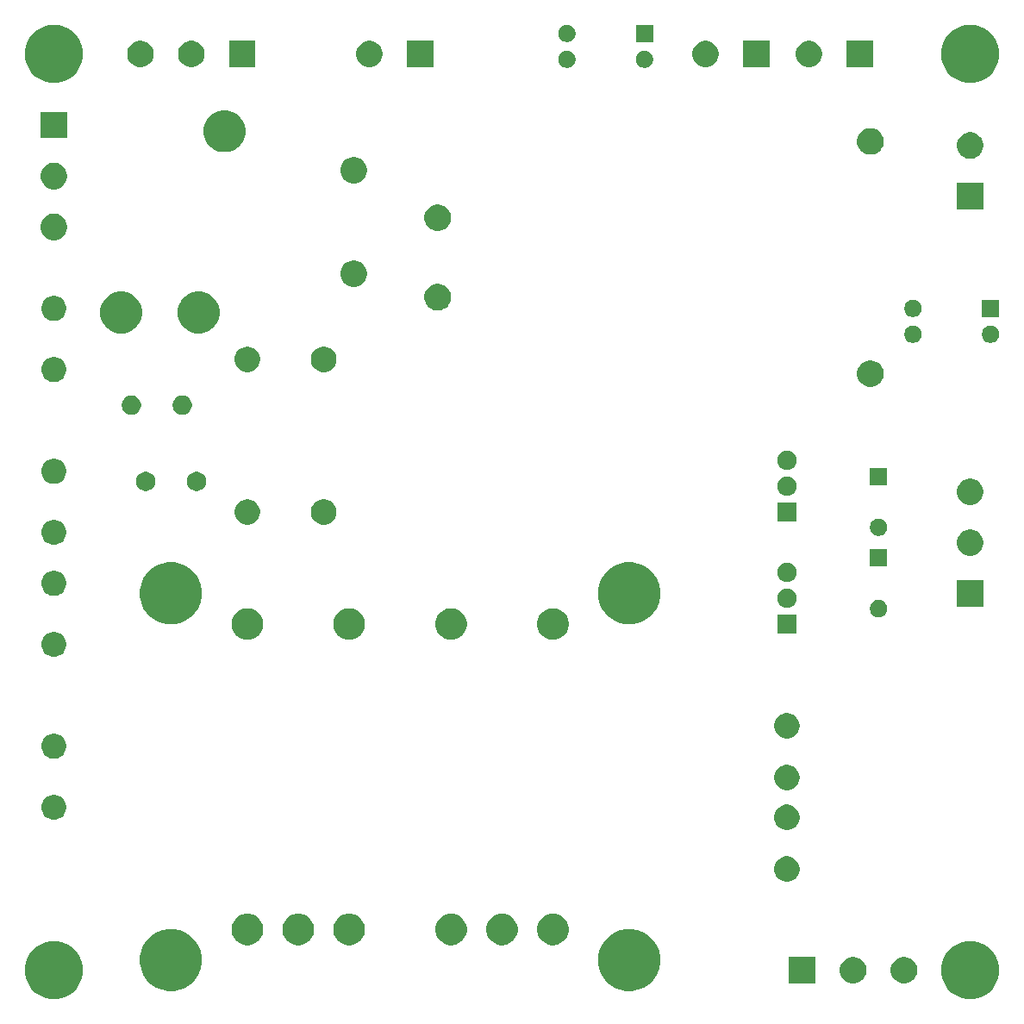
<source format=gbr>
G04 #@! TF.GenerationSoftware,KiCad,Pcbnew,5.1.5+dfsg1-2build2*
G04 #@! TF.CreationDate,2021-10-15T23:20:50+10:30*
G04 #@! TF.ProjectId,xover-psu,786f7665-722d-4707-9375-2e6b69636164,rev?*
G04 #@! TF.SameCoordinates,Original*
G04 #@! TF.FileFunction,Soldermask,Bot*
G04 #@! TF.FilePolarity,Negative*
%FSLAX46Y46*%
G04 Gerber Fmt 4.6, Leading zero omitted, Abs format (unit mm)*
G04 Created by KiCad (PCBNEW 5.1.5+dfsg1-2build2) date 2021-10-15 23:20:50*
%MOMM*%
%LPD*%
G04 APERTURE LIST*
%ADD10C,0.100000*%
G04 APERTURE END LIST*
D10*
G36*
X120831606Y-117258562D02*
G01*
X121350455Y-117473476D01*
X121817407Y-117785484D01*
X122214516Y-118182593D01*
X122526524Y-118649545D01*
X122741438Y-119168394D01*
X122851000Y-119719201D01*
X122851000Y-120280799D01*
X122741438Y-120831606D01*
X122526524Y-121350455D01*
X122214516Y-121817407D01*
X121817407Y-122214516D01*
X121350455Y-122526524D01*
X120831606Y-122741438D01*
X120280800Y-122851000D01*
X119719200Y-122851000D01*
X119168394Y-122741438D01*
X118649545Y-122526524D01*
X118182593Y-122214516D01*
X117785484Y-121817407D01*
X117473476Y-121350455D01*
X117258562Y-120831606D01*
X117149000Y-120280799D01*
X117149000Y-119719201D01*
X117258562Y-119168394D01*
X117473476Y-118649545D01*
X117785484Y-118182593D01*
X118182593Y-117785484D01*
X118649545Y-117473476D01*
X119168394Y-117258562D01*
X119719200Y-117149000D01*
X120280800Y-117149000D01*
X120831606Y-117258562D01*
G37*
G36*
X30831606Y-117258562D02*
G01*
X31350455Y-117473476D01*
X31817407Y-117785484D01*
X32214516Y-118182593D01*
X32526524Y-118649545D01*
X32741438Y-119168394D01*
X32851000Y-119719201D01*
X32851000Y-120280799D01*
X32741438Y-120831606D01*
X32526524Y-121350455D01*
X32214516Y-121817407D01*
X31817407Y-122214516D01*
X31350455Y-122526524D01*
X30831606Y-122741438D01*
X30280800Y-122851000D01*
X29719200Y-122851000D01*
X29168394Y-122741438D01*
X28649545Y-122526524D01*
X28182593Y-122214516D01*
X27785484Y-121817407D01*
X27473476Y-121350455D01*
X27258562Y-120831606D01*
X27149000Y-120280799D01*
X27149000Y-119719201D01*
X27258562Y-119168394D01*
X27473476Y-118649545D01*
X27785484Y-118182593D01*
X28182593Y-117785484D01*
X28649545Y-117473476D01*
X29168394Y-117258562D01*
X29719200Y-117149000D01*
X30280800Y-117149000D01*
X30831606Y-117258562D01*
G37*
G36*
X87389943Y-116066248D02*
G01*
X87945189Y-116296238D01*
X87945190Y-116296239D01*
X88444899Y-116630134D01*
X88869866Y-117055101D01*
X88869867Y-117055103D01*
X89203762Y-117554811D01*
X89433752Y-118110057D01*
X89551000Y-118699501D01*
X89551000Y-119300499D01*
X89433752Y-119889943D01*
X89203762Y-120445189D01*
X89203761Y-120445190D01*
X88869866Y-120944899D01*
X88444899Y-121369866D01*
X88193347Y-121537948D01*
X87945189Y-121703762D01*
X87389943Y-121933752D01*
X86800499Y-122051000D01*
X86199501Y-122051000D01*
X85610057Y-121933752D01*
X85054811Y-121703762D01*
X84806653Y-121537948D01*
X84555101Y-121369866D01*
X84130134Y-120944899D01*
X83796239Y-120445190D01*
X83796238Y-120445189D01*
X83566248Y-119889943D01*
X83449000Y-119300499D01*
X83449000Y-118699501D01*
X83566248Y-118110057D01*
X83796238Y-117554811D01*
X84130133Y-117055103D01*
X84130134Y-117055101D01*
X84555101Y-116630134D01*
X85054810Y-116296239D01*
X85054811Y-116296238D01*
X85610057Y-116066248D01*
X86199501Y-115949000D01*
X86800499Y-115949000D01*
X87389943Y-116066248D01*
G37*
G36*
X42389943Y-116066248D02*
G01*
X42945189Y-116296238D01*
X42945190Y-116296239D01*
X43444899Y-116630134D01*
X43869866Y-117055101D01*
X43869867Y-117055103D01*
X44203762Y-117554811D01*
X44433752Y-118110057D01*
X44551000Y-118699501D01*
X44551000Y-119300499D01*
X44433752Y-119889943D01*
X44203762Y-120445189D01*
X44203761Y-120445190D01*
X43869866Y-120944899D01*
X43444899Y-121369866D01*
X43193347Y-121537948D01*
X42945189Y-121703762D01*
X42389943Y-121933752D01*
X41800499Y-122051000D01*
X41199501Y-122051000D01*
X40610057Y-121933752D01*
X40054811Y-121703762D01*
X39806653Y-121537948D01*
X39555101Y-121369866D01*
X39130134Y-120944899D01*
X38796239Y-120445190D01*
X38796238Y-120445189D01*
X38566248Y-119889943D01*
X38449000Y-119300499D01*
X38449000Y-118699501D01*
X38566248Y-118110057D01*
X38796238Y-117554811D01*
X39130133Y-117055103D01*
X39130134Y-117055101D01*
X39555101Y-116630134D01*
X40054810Y-116296239D01*
X40054811Y-116296238D01*
X40610057Y-116066248D01*
X41199501Y-115949000D01*
X41800499Y-115949000D01*
X42389943Y-116066248D01*
G37*
G36*
X108879487Y-118748996D02*
G01*
X109116253Y-118847068D01*
X109116255Y-118847069D01*
X109329339Y-118989447D01*
X109510553Y-119170661D01*
X109597307Y-119300497D01*
X109652932Y-119383747D01*
X109751004Y-119620513D01*
X109801000Y-119871861D01*
X109801000Y-120128139D01*
X109751004Y-120379487D01*
X109652932Y-120616253D01*
X109652931Y-120616255D01*
X109510553Y-120829339D01*
X109329339Y-121010553D01*
X109116255Y-121152931D01*
X109116254Y-121152932D01*
X109116253Y-121152932D01*
X108879487Y-121251004D01*
X108628139Y-121301000D01*
X108371861Y-121301000D01*
X108120513Y-121251004D01*
X107883747Y-121152932D01*
X107883746Y-121152932D01*
X107883745Y-121152931D01*
X107670661Y-121010553D01*
X107489447Y-120829339D01*
X107347069Y-120616255D01*
X107347068Y-120616253D01*
X107248996Y-120379487D01*
X107199000Y-120128139D01*
X107199000Y-119871861D01*
X107248996Y-119620513D01*
X107347068Y-119383747D01*
X107402694Y-119300497D01*
X107489447Y-119170661D01*
X107670661Y-118989447D01*
X107883745Y-118847069D01*
X107883747Y-118847068D01*
X108120513Y-118748996D01*
X108371861Y-118699000D01*
X108628139Y-118699000D01*
X108879487Y-118748996D01*
G37*
G36*
X113879487Y-118748996D02*
G01*
X114116253Y-118847068D01*
X114116255Y-118847069D01*
X114329339Y-118989447D01*
X114510553Y-119170661D01*
X114597307Y-119300497D01*
X114652932Y-119383747D01*
X114751004Y-119620513D01*
X114801000Y-119871861D01*
X114801000Y-120128139D01*
X114751004Y-120379487D01*
X114652932Y-120616253D01*
X114652931Y-120616255D01*
X114510553Y-120829339D01*
X114329339Y-121010553D01*
X114116255Y-121152931D01*
X114116254Y-121152932D01*
X114116253Y-121152932D01*
X113879487Y-121251004D01*
X113628139Y-121301000D01*
X113371861Y-121301000D01*
X113120513Y-121251004D01*
X112883747Y-121152932D01*
X112883746Y-121152932D01*
X112883745Y-121152931D01*
X112670661Y-121010553D01*
X112489447Y-120829339D01*
X112347069Y-120616255D01*
X112347068Y-120616253D01*
X112248996Y-120379487D01*
X112199000Y-120128139D01*
X112199000Y-119871861D01*
X112248996Y-119620513D01*
X112347068Y-119383747D01*
X112402694Y-119300497D01*
X112489447Y-119170661D01*
X112670661Y-118989447D01*
X112883745Y-118847069D01*
X112883747Y-118847068D01*
X113120513Y-118748996D01*
X113371861Y-118699000D01*
X113628139Y-118699000D01*
X113879487Y-118748996D01*
G37*
G36*
X104801000Y-121301000D02*
G01*
X102199000Y-121301000D01*
X102199000Y-118699000D01*
X104801000Y-118699000D01*
X104801000Y-121301000D01*
G37*
G36*
X79353737Y-114490103D02*
G01*
X79453612Y-114509969D01*
X79570519Y-114558394D01*
X79735851Y-114626876D01*
X79989861Y-114796600D01*
X80205880Y-115012619D01*
X80375604Y-115266629D01*
X80492511Y-115548869D01*
X80552110Y-115848491D01*
X80552110Y-116153989D01*
X80492511Y-116453611D01*
X80375604Y-116735851D01*
X80205880Y-116989861D01*
X79989861Y-117205880D01*
X79735851Y-117375604D01*
X79570519Y-117444086D01*
X79453612Y-117492511D01*
X79353737Y-117512377D01*
X79153989Y-117552110D01*
X78848491Y-117552110D01*
X78648743Y-117512377D01*
X78548868Y-117492511D01*
X78431961Y-117444086D01*
X78266629Y-117375604D01*
X78012619Y-117205880D01*
X77796600Y-116989861D01*
X77626876Y-116735851D01*
X77509969Y-116453611D01*
X77450370Y-116153989D01*
X77450370Y-115848491D01*
X77509969Y-115548869D01*
X77626876Y-115266629D01*
X77796600Y-115012619D01*
X78012619Y-114796600D01*
X78266629Y-114626876D01*
X78431961Y-114558394D01*
X78548868Y-114509969D01*
X78648743Y-114490103D01*
X78848491Y-114450370D01*
X79153989Y-114450370D01*
X79353737Y-114490103D01*
G37*
G36*
X49351257Y-114490103D02*
G01*
X49451132Y-114509969D01*
X49568039Y-114558394D01*
X49733371Y-114626876D01*
X49987381Y-114796600D01*
X50203400Y-115012619D01*
X50373124Y-115266629D01*
X50490031Y-115548869D01*
X50549630Y-115848491D01*
X50549630Y-116153989D01*
X50490031Y-116453611D01*
X50373124Y-116735851D01*
X50203400Y-116989861D01*
X49987381Y-117205880D01*
X49733371Y-117375604D01*
X49568039Y-117444086D01*
X49451132Y-117492511D01*
X49351257Y-117512377D01*
X49151509Y-117552110D01*
X48846011Y-117552110D01*
X48646263Y-117512377D01*
X48546388Y-117492511D01*
X48429481Y-117444086D01*
X48264149Y-117375604D01*
X48010139Y-117205880D01*
X47794120Y-116989861D01*
X47624396Y-116735851D01*
X47507489Y-116453611D01*
X47447890Y-116153989D01*
X47447890Y-115848491D01*
X47507489Y-115548869D01*
X47624396Y-115266629D01*
X47794120Y-115012619D01*
X48010139Y-114796600D01*
X48264149Y-114626876D01*
X48429481Y-114558394D01*
X48546388Y-114509969D01*
X48646263Y-114490103D01*
X48846011Y-114450370D01*
X49151509Y-114450370D01*
X49351257Y-114490103D01*
G37*
G36*
X54352517Y-114490103D02*
G01*
X54452392Y-114509969D01*
X54569299Y-114558394D01*
X54734631Y-114626876D01*
X54988641Y-114796600D01*
X55204660Y-115012619D01*
X55374384Y-115266629D01*
X55491291Y-115548869D01*
X55550890Y-115848491D01*
X55550890Y-116153989D01*
X55491291Y-116453611D01*
X55374384Y-116735851D01*
X55204660Y-116989861D01*
X54988641Y-117205880D01*
X54734631Y-117375604D01*
X54569299Y-117444086D01*
X54452392Y-117492511D01*
X54352517Y-117512377D01*
X54152769Y-117552110D01*
X53847271Y-117552110D01*
X53647523Y-117512377D01*
X53547648Y-117492511D01*
X53430741Y-117444086D01*
X53265409Y-117375604D01*
X53011399Y-117205880D01*
X52795380Y-116989861D01*
X52625656Y-116735851D01*
X52508749Y-116453611D01*
X52449150Y-116153989D01*
X52449150Y-115848491D01*
X52508749Y-115548869D01*
X52625656Y-115266629D01*
X52795380Y-115012619D01*
X53011399Y-114796600D01*
X53265409Y-114626876D01*
X53430741Y-114558394D01*
X53547648Y-114509969D01*
X53647523Y-114490103D01*
X53847271Y-114450370D01*
X54152769Y-114450370D01*
X54352517Y-114490103D01*
G37*
G36*
X59351237Y-114490103D02*
G01*
X59451112Y-114509969D01*
X59568019Y-114558394D01*
X59733351Y-114626876D01*
X59987361Y-114796600D01*
X60203380Y-115012619D01*
X60373104Y-115266629D01*
X60490011Y-115548869D01*
X60549610Y-115848491D01*
X60549610Y-116153989D01*
X60490011Y-116453611D01*
X60373104Y-116735851D01*
X60203380Y-116989861D01*
X59987361Y-117205880D01*
X59733351Y-117375604D01*
X59568019Y-117444086D01*
X59451112Y-117492511D01*
X59351237Y-117512377D01*
X59151489Y-117552110D01*
X58845991Y-117552110D01*
X58646243Y-117512377D01*
X58546368Y-117492511D01*
X58429461Y-117444086D01*
X58264129Y-117375604D01*
X58010119Y-117205880D01*
X57794100Y-116989861D01*
X57624376Y-116735851D01*
X57507469Y-116453611D01*
X57447870Y-116153989D01*
X57447870Y-115848491D01*
X57507469Y-115548869D01*
X57624376Y-115266629D01*
X57794100Y-115012619D01*
X58010119Y-114796600D01*
X58264129Y-114626876D01*
X58429461Y-114558394D01*
X58546368Y-114509969D01*
X58646243Y-114490103D01*
X58845991Y-114450370D01*
X59151489Y-114450370D01*
X59351237Y-114490103D01*
G37*
G36*
X69353757Y-114490103D02*
G01*
X69453632Y-114509969D01*
X69570539Y-114558394D01*
X69735871Y-114626876D01*
X69989881Y-114796600D01*
X70205900Y-115012619D01*
X70375624Y-115266629D01*
X70492531Y-115548869D01*
X70552130Y-115848491D01*
X70552130Y-116153989D01*
X70492531Y-116453611D01*
X70375624Y-116735851D01*
X70205900Y-116989861D01*
X69989881Y-117205880D01*
X69735871Y-117375604D01*
X69570539Y-117444086D01*
X69453632Y-117492511D01*
X69353757Y-117512377D01*
X69154009Y-117552110D01*
X68848511Y-117552110D01*
X68648763Y-117512377D01*
X68548888Y-117492511D01*
X68431981Y-117444086D01*
X68266649Y-117375604D01*
X68012639Y-117205880D01*
X67796620Y-116989861D01*
X67626896Y-116735851D01*
X67509989Y-116453611D01*
X67450390Y-116153989D01*
X67450390Y-115848491D01*
X67509989Y-115548869D01*
X67626896Y-115266629D01*
X67796620Y-115012619D01*
X68012639Y-114796600D01*
X68266649Y-114626876D01*
X68431981Y-114558394D01*
X68548888Y-114509969D01*
X68648763Y-114490103D01*
X68848511Y-114450370D01*
X69154009Y-114450370D01*
X69353757Y-114490103D01*
G37*
G36*
X74352477Y-114490103D02*
G01*
X74452352Y-114509969D01*
X74569259Y-114558394D01*
X74734591Y-114626876D01*
X74988601Y-114796600D01*
X75204620Y-115012619D01*
X75374344Y-115266629D01*
X75491251Y-115548869D01*
X75550850Y-115848491D01*
X75550850Y-116153989D01*
X75491251Y-116453611D01*
X75374344Y-116735851D01*
X75204620Y-116989861D01*
X74988601Y-117205880D01*
X74734591Y-117375604D01*
X74569259Y-117444086D01*
X74452352Y-117492511D01*
X74352477Y-117512377D01*
X74152729Y-117552110D01*
X73847231Y-117552110D01*
X73647483Y-117512377D01*
X73547608Y-117492511D01*
X73430701Y-117444086D01*
X73265369Y-117375604D01*
X73011359Y-117205880D01*
X72795340Y-116989861D01*
X72625616Y-116735851D01*
X72508709Y-116453611D01*
X72449110Y-116153989D01*
X72449110Y-115848491D01*
X72508709Y-115548869D01*
X72625616Y-115266629D01*
X72795340Y-115012619D01*
X73011359Y-114796600D01*
X73265369Y-114626876D01*
X73430701Y-114558394D01*
X73547608Y-114509969D01*
X73647483Y-114490103D01*
X73847231Y-114450370D01*
X74152729Y-114450370D01*
X74352477Y-114490103D01*
G37*
G36*
X102364903Y-108877075D02*
G01*
X102592571Y-108971378D01*
X102797466Y-109108285D01*
X102971715Y-109282534D01*
X103108622Y-109487429D01*
X103202925Y-109715097D01*
X103251000Y-109956787D01*
X103251000Y-110203213D01*
X103202925Y-110444903D01*
X103108622Y-110672571D01*
X102971715Y-110877466D01*
X102797466Y-111051715D01*
X102592571Y-111188622D01*
X102592570Y-111188623D01*
X102592569Y-111188623D01*
X102364903Y-111282925D01*
X102123214Y-111331000D01*
X101876786Y-111331000D01*
X101635097Y-111282925D01*
X101407431Y-111188623D01*
X101407430Y-111188623D01*
X101407429Y-111188622D01*
X101202534Y-111051715D01*
X101028285Y-110877466D01*
X100891378Y-110672571D01*
X100797075Y-110444903D01*
X100749000Y-110203213D01*
X100749000Y-109956787D01*
X100797075Y-109715097D01*
X100891378Y-109487429D01*
X101028285Y-109282534D01*
X101202534Y-109108285D01*
X101407429Y-108971378D01*
X101635097Y-108877075D01*
X101876786Y-108829000D01*
X102123214Y-108829000D01*
X102364903Y-108877075D01*
G37*
G36*
X102364903Y-103797075D02*
G01*
X102563292Y-103879250D01*
X102592571Y-103891378D01*
X102797466Y-104028285D01*
X102971715Y-104202534D01*
X103108622Y-104407429D01*
X103108623Y-104407431D01*
X103202925Y-104635097D01*
X103251000Y-104876786D01*
X103251000Y-105123214D01*
X103202925Y-105364903D01*
X103108622Y-105592571D01*
X102971715Y-105797466D01*
X102797466Y-105971715D01*
X102592571Y-106108622D01*
X102592570Y-106108623D01*
X102592569Y-106108623D01*
X102364903Y-106202925D01*
X102123214Y-106251000D01*
X101876786Y-106251000D01*
X101635097Y-106202925D01*
X101407431Y-106108623D01*
X101407430Y-106108623D01*
X101407429Y-106108622D01*
X101202534Y-105971715D01*
X101028285Y-105797466D01*
X100891378Y-105592571D01*
X100797075Y-105364903D01*
X100749000Y-105123214D01*
X100749000Y-104876786D01*
X100797075Y-104635097D01*
X100891377Y-104407431D01*
X100891378Y-104407429D01*
X101028285Y-104202534D01*
X101202534Y-104028285D01*
X101407429Y-103891378D01*
X101436709Y-103879250D01*
X101635097Y-103797075D01*
X101876786Y-103749000D01*
X102123214Y-103749000D01*
X102364903Y-103797075D01*
G37*
G36*
X30357610Y-102821114D02*
G01*
X30580727Y-102913532D01*
X30580729Y-102913533D01*
X30631269Y-102947303D01*
X30781529Y-103047703D01*
X30952297Y-103218471D01*
X31086468Y-103419273D01*
X31178886Y-103642390D01*
X31226000Y-103879248D01*
X31226000Y-104120752D01*
X31178886Y-104357610D01*
X31086468Y-104580727D01*
X30952297Y-104781529D01*
X30781529Y-104952297D01*
X30631269Y-105052697D01*
X30580729Y-105086467D01*
X30580728Y-105086468D01*
X30580727Y-105086468D01*
X30357610Y-105178886D01*
X30120752Y-105226000D01*
X29879248Y-105226000D01*
X29642390Y-105178886D01*
X29419273Y-105086468D01*
X29419272Y-105086468D01*
X29419271Y-105086467D01*
X29368731Y-105052697D01*
X29218471Y-104952297D01*
X29047703Y-104781529D01*
X28913532Y-104580727D01*
X28821114Y-104357610D01*
X28774000Y-104120752D01*
X28774000Y-103879248D01*
X28821114Y-103642390D01*
X28913532Y-103419273D01*
X29047703Y-103218471D01*
X29218471Y-103047703D01*
X29368731Y-102947303D01*
X29419271Y-102913533D01*
X29419273Y-102913532D01*
X29642390Y-102821114D01*
X29879248Y-102774000D01*
X30120752Y-102774000D01*
X30357610Y-102821114D01*
G37*
G36*
X102364903Y-99877075D02*
G01*
X102592571Y-99971378D01*
X102797466Y-100108285D01*
X102971715Y-100282534D01*
X103108622Y-100487429D01*
X103202925Y-100715097D01*
X103251000Y-100956787D01*
X103251000Y-101203213D01*
X103202925Y-101444903D01*
X103108622Y-101672571D01*
X102971715Y-101877466D01*
X102797466Y-102051715D01*
X102592571Y-102188622D01*
X102592570Y-102188623D01*
X102592569Y-102188623D01*
X102364903Y-102282925D01*
X102123214Y-102331000D01*
X101876786Y-102331000D01*
X101635097Y-102282925D01*
X101407431Y-102188623D01*
X101407430Y-102188623D01*
X101407429Y-102188622D01*
X101202534Y-102051715D01*
X101028285Y-101877466D01*
X100891378Y-101672571D01*
X100797075Y-101444903D01*
X100749000Y-101203213D01*
X100749000Y-100956787D01*
X100797075Y-100715097D01*
X100891378Y-100487429D01*
X101028285Y-100282534D01*
X101202534Y-100108285D01*
X101407429Y-99971378D01*
X101635097Y-99877075D01*
X101876786Y-99829000D01*
X102123214Y-99829000D01*
X102364903Y-99877075D01*
G37*
G36*
X30357610Y-96821114D02*
G01*
X30580727Y-96913532D01*
X30580729Y-96913533D01*
X30631269Y-96947303D01*
X30781529Y-97047703D01*
X30952297Y-97218471D01*
X31086468Y-97419273D01*
X31178886Y-97642390D01*
X31226000Y-97879248D01*
X31226000Y-98120752D01*
X31178886Y-98357610D01*
X31086468Y-98580727D01*
X30952297Y-98781529D01*
X30781529Y-98952297D01*
X30631269Y-99052697D01*
X30580729Y-99086467D01*
X30580728Y-99086468D01*
X30580727Y-99086468D01*
X30357610Y-99178886D01*
X30120752Y-99226000D01*
X29879248Y-99226000D01*
X29642390Y-99178886D01*
X29419273Y-99086468D01*
X29419272Y-99086468D01*
X29419271Y-99086467D01*
X29368731Y-99052697D01*
X29218471Y-98952297D01*
X29047703Y-98781529D01*
X28913532Y-98580727D01*
X28821114Y-98357610D01*
X28774000Y-98120752D01*
X28774000Y-97879248D01*
X28821114Y-97642390D01*
X28913532Y-97419273D01*
X29047703Y-97218471D01*
X29218471Y-97047703D01*
X29368731Y-96947303D01*
X29419271Y-96913533D01*
X29419273Y-96913532D01*
X29642390Y-96821114D01*
X29879248Y-96774000D01*
X30120752Y-96774000D01*
X30357610Y-96821114D01*
G37*
G36*
X102364903Y-94797075D02*
G01*
X102592571Y-94891378D01*
X102797466Y-95028285D01*
X102971715Y-95202534D01*
X103108622Y-95407429D01*
X103202925Y-95635097D01*
X103251000Y-95876787D01*
X103251000Y-96123213D01*
X103202925Y-96364903D01*
X103108622Y-96592571D01*
X102971715Y-96797466D01*
X102797466Y-96971715D01*
X102592571Y-97108622D01*
X102592570Y-97108623D01*
X102592569Y-97108623D01*
X102364903Y-97202925D01*
X102123214Y-97251000D01*
X101876786Y-97251000D01*
X101635097Y-97202925D01*
X101407431Y-97108623D01*
X101407430Y-97108623D01*
X101407429Y-97108622D01*
X101202534Y-96971715D01*
X101028285Y-96797466D01*
X100891378Y-96592571D01*
X100797075Y-96364903D01*
X100749000Y-96123213D01*
X100749000Y-95876787D01*
X100797075Y-95635097D01*
X100891378Y-95407429D01*
X101028285Y-95202534D01*
X101202534Y-95028285D01*
X101407429Y-94891378D01*
X101635097Y-94797075D01*
X101876786Y-94749000D01*
X102123214Y-94749000D01*
X102364903Y-94797075D01*
G37*
G36*
X30357610Y-86821114D02*
G01*
X30580727Y-86913532D01*
X30580729Y-86913533D01*
X30631269Y-86947303D01*
X30781529Y-87047703D01*
X30952297Y-87218471D01*
X31086468Y-87419273D01*
X31178886Y-87642390D01*
X31226000Y-87879248D01*
X31226000Y-88120752D01*
X31178886Y-88357610D01*
X31086468Y-88580727D01*
X30952297Y-88781529D01*
X30781529Y-88952297D01*
X30631269Y-89052697D01*
X30580729Y-89086467D01*
X30580728Y-89086468D01*
X30580727Y-89086468D01*
X30357610Y-89178886D01*
X30120752Y-89226000D01*
X29879248Y-89226000D01*
X29642390Y-89178886D01*
X29419273Y-89086468D01*
X29419272Y-89086468D01*
X29419271Y-89086467D01*
X29368731Y-89052697D01*
X29218471Y-88952297D01*
X29047703Y-88781529D01*
X28913532Y-88580727D01*
X28821114Y-88357610D01*
X28774000Y-88120752D01*
X28774000Y-87879248D01*
X28821114Y-87642390D01*
X28913532Y-87419273D01*
X29047703Y-87218471D01*
X29218471Y-87047703D01*
X29368731Y-86947303D01*
X29419271Y-86913533D01*
X29419273Y-86913532D01*
X29642390Y-86821114D01*
X29879248Y-86774000D01*
X30120752Y-86774000D01*
X30357610Y-86821114D01*
G37*
G36*
X49351257Y-84487623D02*
G01*
X49451132Y-84507489D01*
X49568039Y-84555914D01*
X49733371Y-84624396D01*
X49987381Y-84794120D01*
X50203400Y-85010139D01*
X50373124Y-85264149D01*
X50490031Y-85546389D01*
X50549630Y-85846011D01*
X50549630Y-86151509D01*
X50490031Y-86451131D01*
X50373124Y-86733371D01*
X50203400Y-86987381D01*
X49987381Y-87203400D01*
X49733371Y-87373124D01*
X49568039Y-87441606D01*
X49451132Y-87490031D01*
X49351257Y-87509897D01*
X49151509Y-87549630D01*
X48846011Y-87549630D01*
X48646263Y-87509897D01*
X48546388Y-87490031D01*
X48429481Y-87441606D01*
X48264149Y-87373124D01*
X48010139Y-87203400D01*
X47794120Y-86987381D01*
X47624396Y-86733371D01*
X47507489Y-86451131D01*
X47447890Y-86151509D01*
X47447890Y-85846011D01*
X47507489Y-85546389D01*
X47624396Y-85264149D01*
X47794120Y-85010139D01*
X48010139Y-84794120D01*
X48264149Y-84624396D01*
X48429481Y-84555914D01*
X48546388Y-84507489D01*
X48646263Y-84487623D01*
X48846011Y-84447890D01*
X49151509Y-84447890D01*
X49351257Y-84487623D01*
G37*
G36*
X59351237Y-84487623D02*
G01*
X59451112Y-84507489D01*
X59568019Y-84555914D01*
X59733351Y-84624396D01*
X59987361Y-84794120D01*
X60203380Y-85010139D01*
X60373104Y-85264149D01*
X60490011Y-85546389D01*
X60549610Y-85846011D01*
X60549610Y-86151509D01*
X60490011Y-86451131D01*
X60373104Y-86733371D01*
X60203380Y-86987381D01*
X59987361Y-87203400D01*
X59733351Y-87373124D01*
X59568019Y-87441606D01*
X59451112Y-87490031D01*
X59351237Y-87509897D01*
X59151489Y-87549630D01*
X58845991Y-87549630D01*
X58646243Y-87509897D01*
X58546368Y-87490031D01*
X58429461Y-87441606D01*
X58264129Y-87373124D01*
X58010119Y-87203400D01*
X57794100Y-86987381D01*
X57624376Y-86733371D01*
X57507469Y-86451131D01*
X57447870Y-86151509D01*
X57447870Y-85846011D01*
X57507469Y-85546389D01*
X57624376Y-85264149D01*
X57794100Y-85010139D01*
X58010119Y-84794120D01*
X58264129Y-84624396D01*
X58429461Y-84555914D01*
X58546368Y-84507489D01*
X58646243Y-84487623D01*
X58845991Y-84447890D01*
X59151489Y-84447890D01*
X59351237Y-84487623D01*
G37*
G36*
X79353737Y-84487623D02*
G01*
X79453612Y-84507489D01*
X79570519Y-84555914D01*
X79735851Y-84624396D01*
X79989861Y-84794120D01*
X80205880Y-85010139D01*
X80375604Y-85264149D01*
X80492511Y-85546389D01*
X80552110Y-85846011D01*
X80552110Y-86151509D01*
X80492511Y-86451131D01*
X80375604Y-86733371D01*
X80205880Y-86987381D01*
X79989861Y-87203400D01*
X79735851Y-87373124D01*
X79570519Y-87441606D01*
X79453612Y-87490031D01*
X79353737Y-87509897D01*
X79153989Y-87549630D01*
X78848491Y-87549630D01*
X78648743Y-87509897D01*
X78548868Y-87490031D01*
X78431961Y-87441606D01*
X78266629Y-87373124D01*
X78012619Y-87203400D01*
X77796600Y-86987381D01*
X77626876Y-86733371D01*
X77509969Y-86451131D01*
X77450370Y-86151509D01*
X77450370Y-85846011D01*
X77509969Y-85546389D01*
X77626876Y-85264149D01*
X77796600Y-85010139D01*
X78012619Y-84794120D01*
X78266629Y-84624396D01*
X78431961Y-84555914D01*
X78548868Y-84507489D01*
X78648743Y-84487623D01*
X78848491Y-84447890D01*
X79153989Y-84447890D01*
X79353737Y-84487623D01*
G37*
G36*
X69353757Y-84487623D02*
G01*
X69453632Y-84507489D01*
X69570539Y-84555914D01*
X69735871Y-84624396D01*
X69989881Y-84794120D01*
X70205900Y-85010139D01*
X70375624Y-85264149D01*
X70492531Y-85546389D01*
X70552130Y-85846011D01*
X70552130Y-86151509D01*
X70492531Y-86451131D01*
X70375624Y-86733371D01*
X70205900Y-86987381D01*
X69989881Y-87203400D01*
X69735871Y-87373124D01*
X69570539Y-87441606D01*
X69453632Y-87490031D01*
X69353757Y-87509897D01*
X69154009Y-87549630D01*
X68848511Y-87549630D01*
X68648763Y-87509897D01*
X68548888Y-87490031D01*
X68431981Y-87441606D01*
X68266649Y-87373124D01*
X68012639Y-87203400D01*
X67796620Y-86987381D01*
X67626896Y-86733371D01*
X67509989Y-86451131D01*
X67450390Y-86151509D01*
X67450390Y-85846011D01*
X67509989Y-85546389D01*
X67626896Y-85264149D01*
X67796620Y-85010139D01*
X68012639Y-84794120D01*
X68266649Y-84624396D01*
X68431981Y-84555914D01*
X68548888Y-84507489D01*
X68648763Y-84487623D01*
X68848511Y-84447890D01*
X69154009Y-84447890D01*
X69353757Y-84487623D01*
G37*
G36*
X102951000Y-86951000D02*
G01*
X101049000Y-86951000D01*
X101049000Y-85049000D01*
X102951000Y-85049000D01*
X102951000Y-86951000D01*
G37*
G36*
X42389943Y-80066248D02*
G01*
X42945189Y-80296238D01*
X43027146Y-80351000D01*
X43444899Y-80630134D01*
X43869866Y-81055101D01*
X43979026Y-81218471D01*
X44203762Y-81554811D01*
X44433752Y-82110057D01*
X44551000Y-82699501D01*
X44551000Y-83300499D01*
X44433752Y-83889943D01*
X44203762Y-84445189D01*
X44203761Y-84445190D01*
X43869866Y-84944899D01*
X43444899Y-85369866D01*
X43193347Y-85537948D01*
X42945189Y-85703762D01*
X42389943Y-85933752D01*
X41800499Y-86051000D01*
X41199501Y-86051000D01*
X40610057Y-85933752D01*
X40054811Y-85703762D01*
X39806653Y-85537948D01*
X39555101Y-85369866D01*
X39130134Y-84944899D01*
X38796239Y-84445190D01*
X38796238Y-84445189D01*
X38566248Y-83889943D01*
X38449000Y-83300499D01*
X38449000Y-82699501D01*
X38566248Y-82110057D01*
X38796238Y-81554811D01*
X39020974Y-81218471D01*
X39130134Y-81055101D01*
X39555101Y-80630134D01*
X39972854Y-80351000D01*
X40054811Y-80296238D01*
X40610057Y-80066248D01*
X41199501Y-79949000D01*
X41800499Y-79949000D01*
X42389943Y-80066248D01*
G37*
G36*
X87389943Y-80066248D02*
G01*
X87945189Y-80296238D01*
X88027146Y-80351000D01*
X88444899Y-80630134D01*
X88869866Y-81055101D01*
X88979026Y-81218471D01*
X89203762Y-81554811D01*
X89433752Y-82110057D01*
X89551000Y-82699501D01*
X89551000Y-83300499D01*
X89433752Y-83889943D01*
X89203762Y-84445189D01*
X89203761Y-84445190D01*
X88869866Y-84944899D01*
X88444899Y-85369866D01*
X88193347Y-85537948D01*
X87945189Y-85703762D01*
X87389943Y-85933752D01*
X86800499Y-86051000D01*
X86199501Y-86051000D01*
X85610057Y-85933752D01*
X85054811Y-85703762D01*
X84806653Y-85537948D01*
X84555101Y-85369866D01*
X84130134Y-84944899D01*
X83796239Y-84445190D01*
X83796238Y-84445189D01*
X83566248Y-83889943D01*
X83449000Y-83300499D01*
X83449000Y-82699501D01*
X83566248Y-82110057D01*
X83796238Y-81554811D01*
X84020974Y-81218471D01*
X84130134Y-81055101D01*
X84555101Y-80630134D01*
X84972854Y-80351000D01*
X85054811Y-80296238D01*
X85610057Y-80066248D01*
X86199501Y-79949000D01*
X86800499Y-79949000D01*
X87389943Y-80066248D01*
G37*
G36*
X111248228Y-83681703D02*
G01*
X111403100Y-83745853D01*
X111542481Y-83838985D01*
X111661015Y-83957519D01*
X111754147Y-84096900D01*
X111818297Y-84251772D01*
X111851000Y-84416184D01*
X111851000Y-84583816D01*
X111818297Y-84748228D01*
X111754147Y-84903100D01*
X111661015Y-85042481D01*
X111542481Y-85161015D01*
X111403100Y-85254147D01*
X111248228Y-85318297D01*
X111083816Y-85351000D01*
X110916184Y-85351000D01*
X110751772Y-85318297D01*
X110596900Y-85254147D01*
X110457519Y-85161015D01*
X110338985Y-85042481D01*
X110245853Y-84903100D01*
X110181703Y-84748228D01*
X110149000Y-84583816D01*
X110149000Y-84416184D01*
X110181703Y-84251772D01*
X110245853Y-84096900D01*
X110338985Y-83957519D01*
X110457519Y-83838985D01*
X110596900Y-83745853D01*
X110751772Y-83681703D01*
X110916184Y-83649000D01*
X111083816Y-83649000D01*
X111248228Y-83681703D01*
G37*
G36*
X102277395Y-82545546D02*
G01*
X102450466Y-82617234D01*
X102450467Y-82617235D01*
X102606227Y-82721310D01*
X102738690Y-82853773D01*
X102738691Y-82853775D01*
X102842766Y-83009534D01*
X102914454Y-83182605D01*
X102951000Y-83366333D01*
X102951000Y-83553667D01*
X102914454Y-83737395D01*
X102842766Y-83910466D01*
X102842765Y-83910467D01*
X102738690Y-84066227D01*
X102606227Y-84198690D01*
X102527818Y-84251081D01*
X102450466Y-84302766D01*
X102277395Y-84374454D01*
X102093667Y-84411000D01*
X101906333Y-84411000D01*
X101722605Y-84374454D01*
X101549534Y-84302766D01*
X101472182Y-84251081D01*
X101393773Y-84198690D01*
X101261310Y-84066227D01*
X101157235Y-83910467D01*
X101157234Y-83910466D01*
X101085546Y-83737395D01*
X101049000Y-83553667D01*
X101049000Y-83366333D01*
X101085546Y-83182605D01*
X101157234Y-83009534D01*
X101261309Y-82853775D01*
X101261310Y-82853773D01*
X101393773Y-82721310D01*
X101549533Y-82617235D01*
X101549534Y-82617234D01*
X101722605Y-82545546D01*
X101906333Y-82509000D01*
X102093667Y-82509000D01*
X102277395Y-82545546D01*
G37*
G36*
X121301000Y-84301000D02*
G01*
X118699000Y-84301000D01*
X118699000Y-81699000D01*
X121301000Y-81699000D01*
X121301000Y-84301000D01*
G37*
G36*
X30357610Y-80821114D02*
G01*
X30580727Y-80913532D01*
X30580729Y-80913533D01*
X30631269Y-80947303D01*
X30781529Y-81047703D01*
X30952297Y-81218471D01*
X31086468Y-81419273D01*
X31178886Y-81642390D01*
X31226000Y-81879248D01*
X31226000Y-82120752D01*
X31178886Y-82357610D01*
X31086468Y-82580727D01*
X30952297Y-82781529D01*
X30781529Y-82952297D01*
X30695867Y-83009534D01*
X30580729Y-83086467D01*
X30580728Y-83086468D01*
X30580727Y-83086468D01*
X30357610Y-83178886D01*
X30120752Y-83226000D01*
X29879248Y-83226000D01*
X29642390Y-83178886D01*
X29419273Y-83086468D01*
X29419272Y-83086468D01*
X29419271Y-83086467D01*
X29304133Y-83009534D01*
X29218471Y-82952297D01*
X29047703Y-82781529D01*
X28913532Y-82580727D01*
X28821114Y-82357610D01*
X28774000Y-82120752D01*
X28774000Y-81879248D01*
X28821114Y-81642390D01*
X28913532Y-81419273D01*
X29047703Y-81218471D01*
X29218471Y-81047703D01*
X29368731Y-80947303D01*
X29419271Y-80913533D01*
X29419273Y-80913532D01*
X29642390Y-80821114D01*
X29879248Y-80774000D01*
X30120752Y-80774000D01*
X30357610Y-80821114D01*
G37*
G36*
X102277395Y-80005546D02*
G01*
X102450466Y-80077234D01*
X102450467Y-80077235D01*
X102606227Y-80181310D01*
X102738690Y-80313773D01*
X102738691Y-80313775D01*
X102842766Y-80469534D01*
X102914454Y-80642605D01*
X102951000Y-80826333D01*
X102951000Y-81013667D01*
X102914454Y-81197395D01*
X102842766Y-81370466D01*
X102842765Y-81370467D01*
X102738690Y-81526227D01*
X102606227Y-81658690D01*
X102527818Y-81711081D01*
X102450466Y-81762766D01*
X102277395Y-81834454D01*
X102093667Y-81871000D01*
X101906333Y-81871000D01*
X101722605Y-81834454D01*
X101549534Y-81762766D01*
X101472182Y-81711081D01*
X101393773Y-81658690D01*
X101261310Y-81526227D01*
X101157235Y-81370467D01*
X101157234Y-81370466D01*
X101085546Y-81197395D01*
X101049000Y-81013667D01*
X101049000Y-80826333D01*
X101085546Y-80642605D01*
X101157234Y-80469534D01*
X101261309Y-80313775D01*
X101261310Y-80313773D01*
X101393773Y-80181310D01*
X101549533Y-80077235D01*
X101549534Y-80077234D01*
X101722605Y-80005546D01*
X101906333Y-79969000D01*
X102093667Y-79969000D01*
X102277395Y-80005546D01*
G37*
G36*
X111851000Y-80351000D02*
G01*
X110149000Y-80351000D01*
X110149000Y-78649000D01*
X111851000Y-78649000D01*
X111851000Y-80351000D01*
G37*
G36*
X120379487Y-76748996D02*
G01*
X120616253Y-76847068D01*
X120616255Y-76847069D01*
X120829339Y-76989447D01*
X121010553Y-77170661D01*
X121131052Y-77351000D01*
X121152932Y-77383747D01*
X121251004Y-77620513D01*
X121301000Y-77871861D01*
X121301000Y-78128139D01*
X121251004Y-78379487D01*
X121152932Y-78616253D01*
X121152931Y-78616255D01*
X121010553Y-78829339D01*
X120829339Y-79010553D01*
X120616255Y-79152931D01*
X120616254Y-79152932D01*
X120616253Y-79152932D01*
X120379487Y-79251004D01*
X120128139Y-79301000D01*
X119871861Y-79301000D01*
X119620513Y-79251004D01*
X119383747Y-79152932D01*
X119383746Y-79152932D01*
X119383745Y-79152931D01*
X119170661Y-79010553D01*
X118989447Y-78829339D01*
X118847069Y-78616255D01*
X118847068Y-78616253D01*
X118748996Y-78379487D01*
X118699000Y-78128139D01*
X118699000Y-77871861D01*
X118748996Y-77620513D01*
X118847068Y-77383747D01*
X118868949Y-77351000D01*
X118989447Y-77170661D01*
X119170661Y-76989447D01*
X119383745Y-76847069D01*
X119383747Y-76847068D01*
X119620513Y-76748996D01*
X119871861Y-76699000D01*
X120128139Y-76699000D01*
X120379487Y-76748996D01*
G37*
G36*
X30357610Y-75821114D02*
G01*
X30580727Y-75913532D01*
X30580729Y-75913533D01*
X30631269Y-75947303D01*
X30781529Y-76047703D01*
X30952297Y-76218471D01*
X31086468Y-76419273D01*
X31178886Y-76642390D01*
X31226000Y-76879248D01*
X31226000Y-77120752D01*
X31178886Y-77357610D01*
X31086468Y-77580727D01*
X30952297Y-77781529D01*
X30781529Y-77952297D01*
X30631269Y-78052697D01*
X30580729Y-78086467D01*
X30580728Y-78086468D01*
X30580727Y-78086468D01*
X30357610Y-78178886D01*
X30120752Y-78226000D01*
X29879248Y-78226000D01*
X29642390Y-78178886D01*
X29419273Y-78086468D01*
X29419272Y-78086468D01*
X29419271Y-78086467D01*
X29368731Y-78052697D01*
X29218471Y-77952297D01*
X29047703Y-77781529D01*
X28913532Y-77580727D01*
X28821114Y-77357610D01*
X28774000Y-77120752D01*
X28774000Y-76879248D01*
X28821114Y-76642390D01*
X28913532Y-76419273D01*
X29047703Y-76218471D01*
X29218471Y-76047703D01*
X29368731Y-75947303D01*
X29419271Y-75913533D01*
X29419273Y-75913532D01*
X29642390Y-75821114D01*
X29879248Y-75774000D01*
X30120752Y-75774000D01*
X30357610Y-75821114D01*
G37*
G36*
X111248228Y-75681703D02*
G01*
X111403100Y-75745853D01*
X111542481Y-75838985D01*
X111661015Y-75957519D01*
X111754147Y-76096900D01*
X111818297Y-76251772D01*
X111851000Y-76416184D01*
X111851000Y-76583816D01*
X111818297Y-76748228D01*
X111754147Y-76903100D01*
X111661015Y-77042481D01*
X111542481Y-77161015D01*
X111403100Y-77254147D01*
X111248228Y-77318297D01*
X111083816Y-77351000D01*
X110916184Y-77351000D01*
X110751772Y-77318297D01*
X110596900Y-77254147D01*
X110457519Y-77161015D01*
X110338985Y-77042481D01*
X110245853Y-76903100D01*
X110181703Y-76748228D01*
X110149000Y-76583816D01*
X110149000Y-76416184D01*
X110181703Y-76251772D01*
X110245853Y-76096900D01*
X110338985Y-75957519D01*
X110457519Y-75838985D01*
X110596900Y-75745853D01*
X110751772Y-75681703D01*
X110916184Y-75649000D01*
X111083816Y-75649000D01*
X111248228Y-75681703D01*
G37*
G36*
X49364903Y-73797075D02*
G01*
X49592571Y-73891378D01*
X49797466Y-74028285D01*
X49971715Y-74202534D01*
X50108622Y-74407429D01*
X50202925Y-74635097D01*
X50251000Y-74876787D01*
X50251000Y-75123213D01*
X50202925Y-75364903D01*
X50108622Y-75592571D01*
X49971715Y-75797466D01*
X49797466Y-75971715D01*
X49592571Y-76108622D01*
X49592570Y-76108623D01*
X49592569Y-76108623D01*
X49364903Y-76202925D01*
X49123214Y-76251000D01*
X48876786Y-76251000D01*
X48635097Y-76202925D01*
X48407431Y-76108623D01*
X48407430Y-76108623D01*
X48407429Y-76108622D01*
X48202534Y-75971715D01*
X48028285Y-75797466D01*
X47891378Y-75592571D01*
X47797075Y-75364903D01*
X47749000Y-75123213D01*
X47749000Y-74876787D01*
X47797075Y-74635097D01*
X47891378Y-74407429D01*
X48028285Y-74202534D01*
X48202534Y-74028285D01*
X48407429Y-73891378D01*
X48635097Y-73797075D01*
X48876786Y-73749000D01*
X49123214Y-73749000D01*
X49364903Y-73797075D01*
G37*
G36*
X56864903Y-73797075D02*
G01*
X57092571Y-73891378D01*
X57297466Y-74028285D01*
X57471715Y-74202534D01*
X57608622Y-74407429D01*
X57702925Y-74635097D01*
X57751000Y-74876787D01*
X57751000Y-75123213D01*
X57702925Y-75364903D01*
X57608622Y-75592571D01*
X57471715Y-75797466D01*
X57297466Y-75971715D01*
X57092571Y-76108622D01*
X57092570Y-76108623D01*
X57092569Y-76108623D01*
X56864903Y-76202925D01*
X56623214Y-76251000D01*
X56376786Y-76251000D01*
X56135097Y-76202925D01*
X55907431Y-76108623D01*
X55907430Y-76108623D01*
X55907429Y-76108622D01*
X55702534Y-75971715D01*
X55528285Y-75797466D01*
X55391378Y-75592571D01*
X55297075Y-75364903D01*
X55249000Y-75123213D01*
X55249000Y-74876787D01*
X55297075Y-74635097D01*
X55391378Y-74407429D01*
X55528285Y-74202534D01*
X55702534Y-74028285D01*
X55907429Y-73891378D01*
X56135097Y-73797075D01*
X56376786Y-73749000D01*
X56623214Y-73749000D01*
X56864903Y-73797075D01*
G37*
G36*
X102951000Y-75951000D02*
G01*
X101049000Y-75951000D01*
X101049000Y-74049000D01*
X102951000Y-74049000D01*
X102951000Y-75951000D01*
G37*
G36*
X120379487Y-71748996D02*
G01*
X120616253Y-71847068D01*
X120616255Y-71847069D01*
X120829339Y-71989447D01*
X121010553Y-72170661D01*
X121141297Y-72366333D01*
X121152932Y-72383747D01*
X121251004Y-72620513D01*
X121301000Y-72871861D01*
X121301000Y-73128139D01*
X121251004Y-73379487D01*
X121152932Y-73616253D01*
X121152931Y-73616255D01*
X121010553Y-73829339D01*
X120829339Y-74010553D01*
X120616255Y-74152931D01*
X120616254Y-74152932D01*
X120616253Y-74152932D01*
X120379487Y-74251004D01*
X120128139Y-74301000D01*
X119871861Y-74301000D01*
X119620513Y-74251004D01*
X119383747Y-74152932D01*
X119383746Y-74152932D01*
X119383745Y-74152931D01*
X119170661Y-74010553D01*
X118989447Y-73829339D01*
X118847069Y-73616255D01*
X118847068Y-73616253D01*
X118748996Y-73379487D01*
X118699000Y-73128139D01*
X118699000Y-72871861D01*
X118748996Y-72620513D01*
X118847068Y-72383747D01*
X118858704Y-72366333D01*
X118989447Y-72170661D01*
X119170661Y-71989447D01*
X119383745Y-71847069D01*
X119383747Y-71847068D01*
X119620513Y-71748996D01*
X119871861Y-71699000D01*
X120128139Y-71699000D01*
X120379487Y-71748996D01*
G37*
G36*
X102277395Y-71545546D02*
G01*
X102450466Y-71617234D01*
X102450467Y-71617235D01*
X102606227Y-71721310D01*
X102738690Y-71853773D01*
X102738691Y-71853775D01*
X102842766Y-72009534D01*
X102914454Y-72182605D01*
X102951000Y-72366333D01*
X102951000Y-72553667D01*
X102914454Y-72737395D01*
X102842766Y-72910466D01*
X102842765Y-72910467D01*
X102738690Y-73066227D01*
X102606227Y-73198690D01*
X102527818Y-73251081D01*
X102450466Y-73302766D01*
X102277395Y-73374454D01*
X102093667Y-73411000D01*
X101906333Y-73411000D01*
X101722605Y-73374454D01*
X101549534Y-73302766D01*
X101472182Y-73251081D01*
X101393773Y-73198690D01*
X101261310Y-73066227D01*
X101157235Y-72910467D01*
X101157234Y-72910466D01*
X101085546Y-72737395D01*
X101049000Y-72553667D01*
X101049000Y-72366333D01*
X101085546Y-72182605D01*
X101157234Y-72009534D01*
X101261309Y-71853775D01*
X101261310Y-71853773D01*
X101393773Y-71721310D01*
X101549533Y-71617235D01*
X101549534Y-71617234D01*
X101722605Y-71545546D01*
X101906333Y-71509000D01*
X102093667Y-71509000D01*
X102277395Y-71545546D01*
G37*
G36*
X39277395Y-71085546D02*
G01*
X39450466Y-71157234D01*
X39450467Y-71157235D01*
X39606227Y-71261310D01*
X39738690Y-71393773D01*
X39738691Y-71393775D01*
X39842766Y-71549534D01*
X39914454Y-71722605D01*
X39951000Y-71906333D01*
X39951000Y-72093667D01*
X39914454Y-72277395D01*
X39842766Y-72450466D01*
X39842765Y-72450467D01*
X39738690Y-72606227D01*
X39606227Y-72738690D01*
X39527818Y-72791081D01*
X39450466Y-72842766D01*
X39277395Y-72914454D01*
X39093667Y-72951000D01*
X38906333Y-72951000D01*
X38722605Y-72914454D01*
X38549534Y-72842766D01*
X38472182Y-72791081D01*
X38393773Y-72738690D01*
X38261310Y-72606227D01*
X38157235Y-72450467D01*
X38157234Y-72450466D01*
X38085546Y-72277395D01*
X38049000Y-72093667D01*
X38049000Y-71906333D01*
X38085546Y-71722605D01*
X38157234Y-71549534D01*
X38261309Y-71393775D01*
X38261310Y-71393773D01*
X38393773Y-71261310D01*
X38549533Y-71157235D01*
X38549534Y-71157234D01*
X38722605Y-71085546D01*
X38906333Y-71049000D01*
X39093667Y-71049000D01*
X39277395Y-71085546D01*
G37*
G36*
X44277395Y-71085546D02*
G01*
X44450466Y-71157234D01*
X44450467Y-71157235D01*
X44606227Y-71261310D01*
X44738690Y-71393773D01*
X44738691Y-71393775D01*
X44842766Y-71549534D01*
X44914454Y-71722605D01*
X44951000Y-71906333D01*
X44951000Y-72093667D01*
X44914454Y-72277395D01*
X44842766Y-72450466D01*
X44842765Y-72450467D01*
X44738690Y-72606227D01*
X44606227Y-72738690D01*
X44527818Y-72791081D01*
X44450466Y-72842766D01*
X44277395Y-72914454D01*
X44093667Y-72951000D01*
X43906333Y-72951000D01*
X43722605Y-72914454D01*
X43549534Y-72842766D01*
X43472182Y-72791081D01*
X43393773Y-72738690D01*
X43261310Y-72606227D01*
X43157235Y-72450467D01*
X43157234Y-72450466D01*
X43085546Y-72277395D01*
X43049000Y-72093667D01*
X43049000Y-71906333D01*
X43085546Y-71722605D01*
X43157234Y-71549534D01*
X43261309Y-71393775D01*
X43261310Y-71393773D01*
X43393773Y-71261310D01*
X43549533Y-71157235D01*
X43549534Y-71157234D01*
X43722605Y-71085546D01*
X43906333Y-71049000D01*
X44093667Y-71049000D01*
X44277395Y-71085546D01*
G37*
G36*
X111851000Y-72351000D02*
G01*
X110149000Y-72351000D01*
X110149000Y-70649000D01*
X111851000Y-70649000D01*
X111851000Y-72351000D01*
G37*
G36*
X30357610Y-69821114D02*
G01*
X30580727Y-69913532D01*
X30580729Y-69913533D01*
X30631269Y-69947303D01*
X30781529Y-70047703D01*
X30952297Y-70218471D01*
X31086468Y-70419273D01*
X31178886Y-70642390D01*
X31226000Y-70879248D01*
X31226000Y-71120752D01*
X31178886Y-71357610D01*
X31086468Y-71580727D01*
X30952297Y-71781529D01*
X30781529Y-71952297D01*
X30695867Y-72009534D01*
X30580729Y-72086467D01*
X30580728Y-72086468D01*
X30580727Y-72086468D01*
X30357610Y-72178886D01*
X30120752Y-72226000D01*
X29879248Y-72226000D01*
X29642390Y-72178886D01*
X29419273Y-72086468D01*
X29419272Y-72086468D01*
X29419271Y-72086467D01*
X29304133Y-72009534D01*
X29218471Y-71952297D01*
X29047703Y-71781529D01*
X28913532Y-71580727D01*
X28821114Y-71357610D01*
X28774000Y-71120752D01*
X28774000Y-70879248D01*
X28821114Y-70642390D01*
X28913532Y-70419273D01*
X29047703Y-70218471D01*
X29218471Y-70047703D01*
X29368731Y-69947303D01*
X29419271Y-69913533D01*
X29419273Y-69913532D01*
X29642390Y-69821114D01*
X29879248Y-69774000D01*
X30120752Y-69774000D01*
X30357610Y-69821114D01*
G37*
G36*
X102277395Y-69005546D02*
G01*
X102450466Y-69077234D01*
X102450467Y-69077235D01*
X102606227Y-69181310D01*
X102738690Y-69313773D01*
X102738691Y-69313775D01*
X102842766Y-69469534D01*
X102914454Y-69642605D01*
X102951000Y-69826333D01*
X102951000Y-70013667D01*
X102914454Y-70197395D01*
X102842766Y-70370466D01*
X102842765Y-70370467D01*
X102738690Y-70526227D01*
X102606227Y-70658690D01*
X102527818Y-70711081D01*
X102450466Y-70762766D01*
X102277395Y-70834454D01*
X102093667Y-70871000D01*
X101906333Y-70871000D01*
X101722605Y-70834454D01*
X101549534Y-70762766D01*
X101472182Y-70711081D01*
X101393773Y-70658690D01*
X101261310Y-70526227D01*
X101157235Y-70370467D01*
X101157234Y-70370466D01*
X101085546Y-70197395D01*
X101049000Y-70013667D01*
X101049000Y-69826333D01*
X101085546Y-69642605D01*
X101157234Y-69469534D01*
X101261309Y-69313775D01*
X101261310Y-69313773D01*
X101393773Y-69181310D01*
X101549533Y-69077235D01*
X101549534Y-69077234D01*
X101722605Y-69005546D01*
X101906333Y-68969000D01*
X102093667Y-68969000D01*
X102277395Y-69005546D01*
G37*
G36*
X42877395Y-63585546D02*
G01*
X43050466Y-63657234D01*
X43050467Y-63657235D01*
X43206227Y-63761310D01*
X43338690Y-63893773D01*
X43338691Y-63893775D01*
X43442766Y-64049534D01*
X43514454Y-64222605D01*
X43551000Y-64406333D01*
X43551000Y-64593667D01*
X43514454Y-64777395D01*
X43442766Y-64950466D01*
X43442765Y-64950467D01*
X43338690Y-65106227D01*
X43206227Y-65238690D01*
X43127818Y-65291081D01*
X43050466Y-65342766D01*
X42877395Y-65414454D01*
X42693667Y-65451000D01*
X42506333Y-65451000D01*
X42322605Y-65414454D01*
X42149534Y-65342766D01*
X42072182Y-65291081D01*
X41993773Y-65238690D01*
X41861310Y-65106227D01*
X41757235Y-64950467D01*
X41757234Y-64950466D01*
X41685546Y-64777395D01*
X41649000Y-64593667D01*
X41649000Y-64406333D01*
X41685546Y-64222605D01*
X41757234Y-64049534D01*
X41861309Y-63893775D01*
X41861310Y-63893773D01*
X41993773Y-63761310D01*
X42149533Y-63657235D01*
X42149534Y-63657234D01*
X42322605Y-63585546D01*
X42506333Y-63549000D01*
X42693667Y-63549000D01*
X42877395Y-63585546D01*
G37*
G36*
X37877395Y-63585546D02*
G01*
X38050466Y-63657234D01*
X38050467Y-63657235D01*
X38206227Y-63761310D01*
X38338690Y-63893773D01*
X38338691Y-63893775D01*
X38442766Y-64049534D01*
X38514454Y-64222605D01*
X38551000Y-64406333D01*
X38551000Y-64593667D01*
X38514454Y-64777395D01*
X38442766Y-64950466D01*
X38442765Y-64950467D01*
X38338690Y-65106227D01*
X38206227Y-65238690D01*
X38127818Y-65291081D01*
X38050466Y-65342766D01*
X37877395Y-65414454D01*
X37693667Y-65451000D01*
X37506333Y-65451000D01*
X37322605Y-65414454D01*
X37149534Y-65342766D01*
X37072182Y-65291081D01*
X36993773Y-65238690D01*
X36861310Y-65106227D01*
X36757235Y-64950467D01*
X36757234Y-64950466D01*
X36685546Y-64777395D01*
X36649000Y-64593667D01*
X36649000Y-64406333D01*
X36685546Y-64222605D01*
X36757234Y-64049534D01*
X36861309Y-63893775D01*
X36861310Y-63893773D01*
X36993773Y-63761310D01*
X37149533Y-63657235D01*
X37149534Y-63657234D01*
X37322605Y-63585546D01*
X37506333Y-63549000D01*
X37693667Y-63549000D01*
X37877395Y-63585546D01*
G37*
G36*
X110579487Y-60148996D02*
G01*
X110816253Y-60247068D01*
X110816255Y-60247069D01*
X110992606Y-60364903D01*
X111029339Y-60389447D01*
X111210553Y-60570661D01*
X111352932Y-60783747D01*
X111451004Y-61020513D01*
X111501000Y-61271861D01*
X111501000Y-61528139D01*
X111451004Y-61779487D01*
X111352932Y-62016253D01*
X111352931Y-62016255D01*
X111210553Y-62229339D01*
X111029339Y-62410553D01*
X110816255Y-62552931D01*
X110816254Y-62552932D01*
X110816253Y-62552932D01*
X110579487Y-62651004D01*
X110328139Y-62701000D01*
X110071861Y-62701000D01*
X109820513Y-62651004D01*
X109583747Y-62552932D01*
X109583746Y-62552932D01*
X109583745Y-62552931D01*
X109370661Y-62410553D01*
X109189447Y-62229339D01*
X109047069Y-62016255D01*
X109047068Y-62016253D01*
X108948996Y-61779487D01*
X108899000Y-61528139D01*
X108899000Y-61271861D01*
X108948996Y-61020513D01*
X109047068Y-60783747D01*
X109189447Y-60570661D01*
X109370661Y-60389447D01*
X109407394Y-60364903D01*
X109583745Y-60247069D01*
X109583747Y-60247068D01*
X109820513Y-60148996D01*
X110071861Y-60099000D01*
X110328139Y-60099000D01*
X110579487Y-60148996D01*
G37*
G36*
X30357610Y-59821114D02*
G01*
X30580727Y-59913532D01*
X30580729Y-59913533D01*
X30631269Y-59947303D01*
X30781529Y-60047703D01*
X30952297Y-60218471D01*
X31086468Y-60419273D01*
X31178886Y-60642390D01*
X31226000Y-60879248D01*
X31226000Y-61120752D01*
X31178886Y-61357610D01*
X31086468Y-61580727D01*
X30952297Y-61781529D01*
X30781529Y-61952297D01*
X30631269Y-62052697D01*
X30580729Y-62086467D01*
X30580728Y-62086468D01*
X30580727Y-62086468D01*
X30357610Y-62178886D01*
X30120752Y-62226000D01*
X29879248Y-62226000D01*
X29642390Y-62178886D01*
X29419273Y-62086468D01*
X29419272Y-62086468D01*
X29419271Y-62086467D01*
X29368731Y-62052697D01*
X29218471Y-61952297D01*
X29047703Y-61781529D01*
X28913532Y-61580727D01*
X28821114Y-61357610D01*
X28774000Y-61120752D01*
X28774000Y-60879248D01*
X28821114Y-60642390D01*
X28913532Y-60419273D01*
X29047703Y-60218471D01*
X29218471Y-60047703D01*
X29368731Y-59947303D01*
X29419271Y-59913533D01*
X29419273Y-59913532D01*
X29642390Y-59821114D01*
X29879248Y-59774000D01*
X30120752Y-59774000D01*
X30357610Y-59821114D01*
G37*
G36*
X56864903Y-58797075D02*
G01*
X57092571Y-58891378D01*
X57297466Y-59028285D01*
X57471715Y-59202534D01*
X57471716Y-59202536D01*
X57608623Y-59407431D01*
X57702925Y-59635097D01*
X57751000Y-59876786D01*
X57751000Y-60123214D01*
X57702925Y-60364903D01*
X57617698Y-60570661D01*
X57608622Y-60592571D01*
X57471715Y-60797466D01*
X57297466Y-60971715D01*
X57092571Y-61108622D01*
X57092570Y-61108623D01*
X57092569Y-61108623D01*
X56864903Y-61202925D01*
X56623214Y-61251000D01*
X56376786Y-61251000D01*
X56135097Y-61202925D01*
X55907431Y-61108623D01*
X55907430Y-61108623D01*
X55907429Y-61108622D01*
X55702534Y-60971715D01*
X55528285Y-60797466D01*
X55391378Y-60592571D01*
X55382303Y-60570661D01*
X55297075Y-60364903D01*
X55249000Y-60123214D01*
X55249000Y-59876786D01*
X55297075Y-59635097D01*
X55391377Y-59407431D01*
X55528284Y-59202536D01*
X55528285Y-59202534D01*
X55702534Y-59028285D01*
X55907429Y-58891378D01*
X56135097Y-58797075D01*
X56376786Y-58749000D01*
X56623214Y-58749000D01*
X56864903Y-58797075D01*
G37*
G36*
X49364903Y-58797075D02*
G01*
X49592571Y-58891378D01*
X49797466Y-59028285D01*
X49971715Y-59202534D01*
X49971716Y-59202536D01*
X50108623Y-59407431D01*
X50202925Y-59635097D01*
X50251000Y-59876786D01*
X50251000Y-60123214D01*
X50202925Y-60364903D01*
X50117698Y-60570661D01*
X50108622Y-60592571D01*
X49971715Y-60797466D01*
X49797466Y-60971715D01*
X49592571Y-61108622D01*
X49592570Y-61108623D01*
X49592569Y-61108623D01*
X49364903Y-61202925D01*
X49123214Y-61251000D01*
X48876786Y-61251000D01*
X48635097Y-61202925D01*
X48407431Y-61108623D01*
X48407430Y-61108623D01*
X48407429Y-61108622D01*
X48202534Y-60971715D01*
X48028285Y-60797466D01*
X47891378Y-60592571D01*
X47882303Y-60570661D01*
X47797075Y-60364903D01*
X47749000Y-60123214D01*
X47749000Y-59876786D01*
X47797075Y-59635097D01*
X47891377Y-59407431D01*
X48028284Y-59202536D01*
X48028285Y-59202534D01*
X48202534Y-59028285D01*
X48407429Y-58891378D01*
X48635097Y-58797075D01*
X48876786Y-58749000D01*
X49123214Y-58749000D01*
X49364903Y-58797075D01*
G37*
G36*
X114628228Y-56721703D02*
G01*
X114783100Y-56785853D01*
X114922481Y-56878985D01*
X115041015Y-56997519D01*
X115134147Y-57136900D01*
X115198297Y-57291772D01*
X115231000Y-57456184D01*
X115231000Y-57623816D01*
X115198297Y-57788228D01*
X115134147Y-57943100D01*
X115041015Y-58082481D01*
X114922481Y-58201015D01*
X114783100Y-58294147D01*
X114628228Y-58358297D01*
X114463816Y-58391000D01*
X114296184Y-58391000D01*
X114131772Y-58358297D01*
X113976900Y-58294147D01*
X113837519Y-58201015D01*
X113718985Y-58082481D01*
X113625853Y-57943100D01*
X113561703Y-57788228D01*
X113529000Y-57623816D01*
X113529000Y-57456184D01*
X113561703Y-57291772D01*
X113625853Y-57136900D01*
X113718985Y-56997519D01*
X113837519Y-56878985D01*
X113976900Y-56785853D01*
X114131772Y-56721703D01*
X114296184Y-56689000D01*
X114463816Y-56689000D01*
X114628228Y-56721703D01*
G37*
G36*
X122248228Y-56721703D02*
G01*
X122403100Y-56785853D01*
X122542481Y-56878985D01*
X122661015Y-56997519D01*
X122754147Y-57136900D01*
X122818297Y-57291772D01*
X122851000Y-57456184D01*
X122851000Y-57623816D01*
X122818297Y-57788228D01*
X122754147Y-57943100D01*
X122661015Y-58082481D01*
X122542481Y-58201015D01*
X122403100Y-58294147D01*
X122248228Y-58358297D01*
X122083816Y-58391000D01*
X121916184Y-58391000D01*
X121751772Y-58358297D01*
X121596900Y-58294147D01*
X121457519Y-58201015D01*
X121338985Y-58082481D01*
X121245853Y-57943100D01*
X121181703Y-57788228D01*
X121149000Y-57623816D01*
X121149000Y-57456184D01*
X121181703Y-57291772D01*
X121245853Y-57136900D01*
X121338985Y-56997519D01*
X121457519Y-56878985D01*
X121596900Y-56785853D01*
X121751772Y-56721703D01*
X121916184Y-56689000D01*
X122083816Y-56689000D01*
X122248228Y-56721703D01*
G37*
G36*
X37198254Y-53427818D02*
G01*
X37571511Y-53582426D01*
X37571513Y-53582427D01*
X37907436Y-53806884D01*
X38193116Y-54092564D01*
X38357770Y-54338985D01*
X38417574Y-54428489D01*
X38572182Y-54801746D01*
X38651000Y-55197993D01*
X38651000Y-55602007D01*
X38572182Y-55998254D01*
X38417574Y-56371511D01*
X38417573Y-56371513D01*
X38193116Y-56707436D01*
X37907436Y-56993116D01*
X37571513Y-57217573D01*
X37571512Y-57217574D01*
X37571511Y-57217574D01*
X37198254Y-57372182D01*
X36802007Y-57451000D01*
X36397993Y-57451000D01*
X36001746Y-57372182D01*
X35628489Y-57217574D01*
X35628488Y-57217574D01*
X35628487Y-57217573D01*
X35292564Y-56993116D01*
X35006884Y-56707436D01*
X34782427Y-56371513D01*
X34782426Y-56371511D01*
X34627818Y-55998254D01*
X34549000Y-55602007D01*
X34549000Y-55197993D01*
X34627818Y-54801746D01*
X34782426Y-54428489D01*
X34842231Y-54338985D01*
X35006884Y-54092564D01*
X35292564Y-53806884D01*
X35628487Y-53582427D01*
X35628489Y-53582426D01*
X36001746Y-53427818D01*
X36397993Y-53349000D01*
X36802007Y-53349000D01*
X37198254Y-53427818D01*
G37*
G36*
X44798254Y-53427818D02*
G01*
X45171511Y-53582426D01*
X45171513Y-53582427D01*
X45507436Y-53806884D01*
X45793116Y-54092564D01*
X45957770Y-54338985D01*
X46017574Y-54428489D01*
X46172182Y-54801746D01*
X46251000Y-55197993D01*
X46251000Y-55602007D01*
X46172182Y-55998254D01*
X46017574Y-56371511D01*
X46017573Y-56371513D01*
X45793116Y-56707436D01*
X45507436Y-56993116D01*
X45171513Y-57217573D01*
X45171512Y-57217574D01*
X45171511Y-57217574D01*
X44798254Y-57372182D01*
X44402007Y-57451000D01*
X43997993Y-57451000D01*
X43601746Y-57372182D01*
X43228489Y-57217574D01*
X43228488Y-57217574D01*
X43228487Y-57217573D01*
X42892564Y-56993116D01*
X42606884Y-56707436D01*
X42382427Y-56371513D01*
X42382426Y-56371511D01*
X42227818Y-55998254D01*
X42149000Y-55602007D01*
X42149000Y-55197993D01*
X42227818Y-54801746D01*
X42382426Y-54428489D01*
X42442231Y-54338985D01*
X42606884Y-54092564D01*
X42892564Y-53806884D01*
X43228487Y-53582427D01*
X43228489Y-53582426D01*
X43601746Y-53427818D01*
X43997993Y-53349000D01*
X44402007Y-53349000D01*
X44798254Y-53427818D01*
G37*
G36*
X30357610Y-53821114D02*
G01*
X30580727Y-53913532D01*
X30580729Y-53913533D01*
X30631269Y-53947303D01*
X30781529Y-54047703D01*
X30952297Y-54218471D01*
X31086468Y-54419273D01*
X31178886Y-54642390D01*
X31226000Y-54879248D01*
X31226000Y-55120752D01*
X31178886Y-55357610D01*
X31086468Y-55580727D01*
X30952297Y-55781529D01*
X30781529Y-55952297D01*
X30631269Y-56052697D01*
X30580729Y-56086467D01*
X30580728Y-56086468D01*
X30580727Y-56086468D01*
X30357610Y-56178886D01*
X30120752Y-56226000D01*
X29879248Y-56226000D01*
X29642390Y-56178886D01*
X29419273Y-56086468D01*
X29419272Y-56086468D01*
X29419271Y-56086467D01*
X29368731Y-56052697D01*
X29218471Y-55952297D01*
X29047703Y-55781529D01*
X28913532Y-55580727D01*
X28821114Y-55357610D01*
X28774000Y-55120752D01*
X28774000Y-54879248D01*
X28821114Y-54642390D01*
X28913532Y-54419273D01*
X29047703Y-54218471D01*
X29218471Y-54047703D01*
X29368731Y-53947303D01*
X29419271Y-53913533D01*
X29419273Y-53913532D01*
X29642390Y-53821114D01*
X29879248Y-53774000D01*
X30120752Y-53774000D01*
X30357610Y-53821114D01*
G37*
G36*
X122851000Y-55851000D02*
G01*
X121149000Y-55851000D01*
X121149000Y-54149000D01*
X122851000Y-54149000D01*
X122851000Y-55851000D01*
G37*
G36*
X114628228Y-54181703D02*
G01*
X114783100Y-54245853D01*
X114922481Y-54338985D01*
X115041015Y-54457519D01*
X115134147Y-54596900D01*
X115198297Y-54751772D01*
X115231000Y-54916184D01*
X115231000Y-55083816D01*
X115198297Y-55248228D01*
X115134147Y-55403100D01*
X115041015Y-55542481D01*
X114922481Y-55661015D01*
X114783100Y-55754147D01*
X114628228Y-55818297D01*
X114463816Y-55851000D01*
X114296184Y-55851000D01*
X114131772Y-55818297D01*
X113976900Y-55754147D01*
X113837519Y-55661015D01*
X113718985Y-55542481D01*
X113625853Y-55403100D01*
X113561703Y-55248228D01*
X113529000Y-55083816D01*
X113529000Y-54916184D01*
X113561703Y-54751772D01*
X113625853Y-54596900D01*
X113718985Y-54457519D01*
X113837519Y-54338985D01*
X113976900Y-54245853D01*
X114131772Y-54181703D01*
X114296184Y-54149000D01*
X114463816Y-54149000D01*
X114628228Y-54181703D01*
G37*
G36*
X68079487Y-52648996D02*
G01*
X68316253Y-52747068D01*
X68316255Y-52747069D01*
X68441871Y-52831003D01*
X68529339Y-52889447D01*
X68710553Y-53070661D01*
X68852932Y-53283747D01*
X68951004Y-53520513D01*
X69001000Y-53771861D01*
X69001000Y-54028139D01*
X68951004Y-54279487D01*
X68889286Y-54428487D01*
X68852931Y-54516255D01*
X68710553Y-54729339D01*
X68529339Y-54910553D01*
X68316255Y-55052931D01*
X68316254Y-55052932D01*
X68316253Y-55052932D01*
X68079487Y-55151004D01*
X67828139Y-55201000D01*
X67571861Y-55201000D01*
X67320513Y-55151004D01*
X67083747Y-55052932D01*
X67083746Y-55052932D01*
X67083745Y-55052931D01*
X66870661Y-54910553D01*
X66689447Y-54729339D01*
X66547069Y-54516255D01*
X66510714Y-54428487D01*
X66448996Y-54279487D01*
X66399000Y-54028139D01*
X66399000Y-53771861D01*
X66448996Y-53520513D01*
X66547068Y-53283747D01*
X66689447Y-53070661D01*
X66870661Y-52889447D01*
X66958129Y-52831003D01*
X67083745Y-52747069D01*
X67083747Y-52747068D01*
X67320513Y-52648996D01*
X67571861Y-52599000D01*
X67828139Y-52599000D01*
X68079487Y-52648996D01*
G37*
G36*
X59819487Y-50328996D02*
G01*
X60056253Y-50427068D01*
X60056255Y-50427069D01*
X60269339Y-50569447D01*
X60450553Y-50750661D01*
X60592932Y-50963747D01*
X60691004Y-51200513D01*
X60741000Y-51451861D01*
X60741000Y-51708139D01*
X60691004Y-51959487D01*
X60592932Y-52196253D01*
X60592931Y-52196255D01*
X60450553Y-52409339D01*
X60269339Y-52590553D01*
X60056255Y-52732931D01*
X60056254Y-52732932D01*
X60056253Y-52732932D01*
X59819487Y-52831004D01*
X59568139Y-52881000D01*
X59311861Y-52881000D01*
X59060513Y-52831004D01*
X58823747Y-52732932D01*
X58823746Y-52732932D01*
X58823745Y-52732931D01*
X58610661Y-52590553D01*
X58429447Y-52409339D01*
X58287069Y-52196255D01*
X58287068Y-52196253D01*
X58188996Y-51959487D01*
X58139000Y-51708139D01*
X58139000Y-51451861D01*
X58188996Y-51200513D01*
X58287068Y-50963747D01*
X58429447Y-50750661D01*
X58610661Y-50569447D01*
X58823745Y-50427069D01*
X58823747Y-50427068D01*
X59060513Y-50328996D01*
X59311861Y-50279000D01*
X59568139Y-50279000D01*
X59819487Y-50328996D01*
G37*
G36*
X30379487Y-45748996D02*
G01*
X30616253Y-45847068D01*
X30616255Y-45847069D01*
X30829339Y-45989447D01*
X31010553Y-46170661D01*
X31048959Y-46228139D01*
X31152932Y-46383747D01*
X31251004Y-46620513D01*
X31301000Y-46871861D01*
X31301000Y-47128139D01*
X31251004Y-47379487D01*
X31152932Y-47616253D01*
X31152931Y-47616255D01*
X31010553Y-47829339D01*
X30829339Y-48010553D01*
X30616255Y-48152931D01*
X30616254Y-48152932D01*
X30616253Y-48152932D01*
X30379487Y-48251004D01*
X30128139Y-48301000D01*
X29871861Y-48301000D01*
X29620513Y-48251004D01*
X29383747Y-48152932D01*
X29383746Y-48152932D01*
X29383745Y-48152931D01*
X29170661Y-48010553D01*
X28989447Y-47829339D01*
X28847069Y-47616255D01*
X28847068Y-47616253D01*
X28748996Y-47379487D01*
X28699000Y-47128139D01*
X28699000Y-46871861D01*
X28748996Y-46620513D01*
X28847068Y-46383747D01*
X28951042Y-46228139D01*
X28989447Y-46170661D01*
X29170661Y-45989447D01*
X29383745Y-45847069D01*
X29383747Y-45847068D01*
X29620513Y-45748996D01*
X29871861Y-45699000D01*
X30128139Y-45699000D01*
X30379487Y-45748996D01*
G37*
G36*
X68079487Y-44848996D02*
G01*
X68316253Y-44947068D01*
X68316255Y-44947069D01*
X68529339Y-45089447D01*
X68710553Y-45270661D01*
X68852932Y-45483747D01*
X68951004Y-45720513D01*
X69001000Y-45971861D01*
X69001000Y-46228139D01*
X68951004Y-46479487D01*
X68892589Y-46620512D01*
X68852931Y-46716255D01*
X68710553Y-46929339D01*
X68529339Y-47110553D01*
X68316255Y-47252931D01*
X68316254Y-47252932D01*
X68316253Y-47252932D01*
X68079487Y-47351004D01*
X67828139Y-47401000D01*
X67571861Y-47401000D01*
X67320513Y-47351004D01*
X67083747Y-47252932D01*
X67083746Y-47252932D01*
X67083745Y-47252931D01*
X66870661Y-47110553D01*
X66689447Y-46929339D01*
X66547069Y-46716255D01*
X66507411Y-46620512D01*
X66448996Y-46479487D01*
X66399000Y-46228139D01*
X66399000Y-45971861D01*
X66448996Y-45720513D01*
X66547068Y-45483747D01*
X66689447Y-45270661D01*
X66870661Y-45089447D01*
X67083745Y-44947069D01*
X67083747Y-44947068D01*
X67320513Y-44848996D01*
X67571861Y-44799000D01*
X67828139Y-44799000D01*
X68079487Y-44848996D01*
G37*
G36*
X121301000Y-45301000D02*
G01*
X118699000Y-45301000D01*
X118699000Y-42699000D01*
X121301000Y-42699000D01*
X121301000Y-45301000D01*
G37*
G36*
X30379487Y-40748996D02*
G01*
X30616253Y-40847068D01*
X30616255Y-40847069D01*
X30829339Y-40989447D01*
X31010553Y-41170661D01*
X31152932Y-41383747D01*
X31251004Y-41620513D01*
X31301000Y-41871861D01*
X31301000Y-42128139D01*
X31251004Y-42379487D01*
X31170876Y-42572932D01*
X31152931Y-42616255D01*
X31010553Y-42829339D01*
X30829339Y-43010553D01*
X30616255Y-43152931D01*
X30616254Y-43152932D01*
X30616253Y-43152932D01*
X30379487Y-43251004D01*
X30128139Y-43301000D01*
X29871861Y-43301000D01*
X29620513Y-43251004D01*
X29383747Y-43152932D01*
X29383746Y-43152932D01*
X29383745Y-43152931D01*
X29170661Y-43010553D01*
X28989447Y-42829339D01*
X28847069Y-42616255D01*
X28829124Y-42572932D01*
X28748996Y-42379487D01*
X28699000Y-42128139D01*
X28699000Y-41871861D01*
X28748996Y-41620513D01*
X28847068Y-41383747D01*
X28989447Y-41170661D01*
X29170661Y-40989447D01*
X29383745Y-40847069D01*
X29383747Y-40847068D01*
X29620513Y-40748996D01*
X29871861Y-40699000D01*
X30128139Y-40699000D01*
X30379487Y-40748996D01*
G37*
G36*
X59819487Y-40168996D02*
G01*
X60017471Y-40251004D01*
X60056255Y-40267069D01*
X60269339Y-40409447D01*
X60450553Y-40590661D01*
X60556350Y-40748997D01*
X60592932Y-40803747D01*
X60691004Y-41040513D01*
X60741000Y-41291861D01*
X60741000Y-41548139D01*
X60691004Y-41799487D01*
X60592932Y-42036253D01*
X60592931Y-42036255D01*
X60450553Y-42249339D01*
X60269339Y-42430553D01*
X60056255Y-42572931D01*
X60056254Y-42572932D01*
X60056253Y-42572932D01*
X59819487Y-42671004D01*
X59568139Y-42721000D01*
X59311861Y-42721000D01*
X59060513Y-42671004D01*
X58823747Y-42572932D01*
X58823746Y-42572932D01*
X58823745Y-42572931D01*
X58610661Y-42430553D01*
X58429447Y-42249339D01*
X58287069Y-42036255D01*
X58287068Y-42036253D01*
X58188996Y-41799487D01*
X58139000Y-41548139D01*
X58139000Y-41291861D01*
X58188996Y-41040513D01*
X58287068Y-40803747D01*
X58323651Y-40748997D01*
X58429447Y-40590661D01*
X58610661Y-40409447D01*
X58823745Y-40267069D01*
X58862529Y-40251004D01*
X59060513Y-40168996D01*
X59311861Y-40119000D01*
X59568139Y-40119000D01*
X59819487Y-40168996D01*
G37*
G36*
X120379487Y-37748996D02*
G01*
X120507466Y-37802007D01*
X120616255Y-37847069D01*
X120829339Y-37989447D01*
X121010553Y-38170661D01*
X121097643Y-38301000D01*
X121152932Y-38383747D01*
X121251004Y-38620513D01*
X121301000Y-38871861D01*
X121301000Y-39128139D01*
X121251004Y-39379487D01*
X121171187Y-39572181D01*
X121152931Y-39616255D01*
X121010553Y-39829339D01*
X120829339Y-40010553D01*
X120616255Y-40152931D01*
X120616254Y-40152932D01*
X120616253Y-40152932D01*
X120379487Y-40251004D01*
X120128139Y-40301000D01*
X119871861Y-40301000D01*
X119620513Y-40251004D01*
X119383747Y-40152932D01*
X119383746Y-40152932D01*
X119383745Y-40152931D01*
X119170661Y-40010553D01*
X118989447Y-39829339D01*
X118847069Y-39616255D01*
X118828813Y-39572181D01*
X118748996Y-39379487D01*
X118699000Y-39128139D01*
X118699000Y-38871861D01*
X118748996Y-38620513D01*
X118847068Y-38383747D01*
X118902358Y-38301000D01*
X118989447Y-38170661D01*
X119170661Y-37989447D01*
X119383745Y-37847069D01*
X119492534Y-37802007D01*
X119620513Y-37748996D01*
X119871861Y-37699000D01*
X120128139Y-37699000D01*
X120379487Y-37748996D01*
G37*
G36*
X110579487Y-37348996D02*
G01*
X110816253Y-37447068D01*
X110816255Y-37447069D01*
X111029339Y-37589447D01*
X111210553Y-37770661D01*
X111352932Y-37983747D01*
X111451004Y-38220513D01*
X111501000Y-38471861D01*
X111501000Y-38728139D01*
X111451004Y-38979487D01*
X111352932Y-39216253D01*
X111352931Y-39216255D01*
X111210553Y-39429339D01*
X111029339Y-39610553D01*
X110816255Y-39752931D01*
X110816254Y-39752932D01*
X110816253Y-39752932D01*
X110579487Y-39851004D01*
X110328139Y-39901000D01*
X110071861Y-39901000D01*
X109820513Y-39851004D01*
X109583747Y-39752932D01*
X109583746Y-39752932D01*
X109583745Y-39752931D01*
X109370661Y-39610553D01*
X109189447Y-39429339D01*
X109047069Y-39216255D01*
X109047068Y-39216253D01*
X108948996Y-38979487D01*
X108899000Y-38728139D01*
X108899000Y-38471861D01*
X108948996Y-38220513D01*
X109047068Y-37983747D01*
X109189447Y-37770661D01*
X109370661Y-37589447D01*
X109583745Y-37447069D01*
X109583747Y-37447068D01*
X109820513Y-37348996D01*
X110071861Y-37299000D01*
X110328139Y-37299000D01*
X110579487Y-37348996D01*
G37*
G36*
X47338254Y-35627818D02*
G01*
X47711511Y-35782426D01*
X47711513Y-35782427D01*
X48047436Y-36006884D01*
X48333116Y-36292564D01*
X48557574Y-36628489D01*
X48712182Y-37001746D01*
X48791000Y-37397993D01*
X48791000Y-37802007D01*
X48712182Y-38198254D01*
X48557574Y-38571511D01*
X48557573Y-38571513D01*
X48333116Y-38907436D01*
X48047436Y-39193116D01*
X47711513Y-39417573D01*
X47711512Y-39417574D01*
X47711511Y-39417574D01*
X47338254Y-39572182D01*
X46942007Y-39651000D01*
X46537993Y-39651000D01*
X46141746Y-39572182D01*
X45768489Y-39417574D01*
X45768488Y-39417574D01*
X45768487Y-39417573D01*
X45432564Y-39193116D01*
X45146884Y-38907436D01*
X44922427Y-38571513D01*
X44922426Y-38571511D01*
X44767818Y-38198254D01*
X44689000Y-37802007D01*
X44689000Y-37397993D01*
X44767818Y-37001746D01*
X44922426Y-36628489D01*
X45146884Y-36292564D01*
X45432564Y-36006884D01*
X45768487Y-35782427D01*
X45768489Y-35782426D01*
X46141746Y-35627818D01*
X46537993Y-35549000D01*
X46942007Y-35549000D01*
X47338254Y-35627818D01*
G37*
G36*
X31301000Y-38301000D02*
G01*
X28699000Y-38301000D01*
X28699000Y-35699000D01*
X31301000Y-35699000D01*
X31301000Y-38301000D01*
G37*
G36*
X120445209Y-27181703D02*
G01*
X120831606Y-27258562D01*
X121350455Y-27473476D01*
X121817407Y-27785484D01*
X122214516Y-28182593D01*
X122526524Y-28649545D01*
X122741438Y-29168394D01*
X122741438Y-29168395D01*
X122851000Y-29719200D01*
X122851000Y-30280800D01*
X122831370Y-30379487D01*
X122741438Y-30831606D01*
X122526524Y-31350455D01*
X122214516Y-31817407D01*
X121817407Y-32214516D01*
X121350455Y-32526524D01*
X120831606Y-32741438D01*
X120280800Y-32851000D01*
X119719200Y-32851000D01*
X119168394Y-32741438D01*
X118649545Y-32526524D01*
X118182593Y-32214516D01*
X117785484Y-31817407D01*
X117473476Y-31350455D01*
X117258562Y-30831606D01*
X117168630Y-30379487D01*
X117149000Y-30280800D01*
X117149000Y-29719200D01*
X117258562Y-29168395D01*
X117258562Y-29168394D01*
X117473476Y-28649545D01*
X117785484Y-28182593D01*
X118182593Y-27785484D01*
X118649545Y-27473476D01*
X119168394Y-27258562D01*
X119554791Y-27181703D01*
X119719200Y-27149000D01*
X120280800Y-27149000D01*
X120445209Y-27181703D01*
G37*
G36*
X30445209Y-27181703D02*
G01*
X30831606Y-27258562D01*
X31350455Y-27473476D01*
X31817407Y-27785484D01*
X32214516Y-28182593D01*
X32526524Y-28649545D01*
X32741438Y-29168394D01*
X32741438Y-29168395D01*
X32851000Y-29719200D01*
X32851000Y-30280800D01*
X32831370Y-30379487D01*
X32741438Y-30831606D01*
X32526524Y-31350455D01*
X32214516Y-31817407D01*
X31817407Y-32214516D01*
X31350455Y-32526524D01*
X30831606Y-32741438D01*
X30280800Y-32851000D01*
X29719200Y-32851000D01*
X29168394Y-32741438D01*
X28649545Y-32526524D01*
X28182593Y-32214516D01*
X27785484Y-31817407D01*
X27473476Y-31350455D01*
X27258562Y-30831606D01*
X27168630Y-30379487D01*
X27149000Y-30280800D01*
X27149000Y-29719200D01*
X27258562Y-29168395D01*
X27258562Y-29168394D01*
X27473476Y-28649545D01*
X27785484Y-28182593D01*
X28182593Y-27785484D01*
X28649545Y-27473476D01*
X29168394Y-27258562D01*
X29554791Y-27181703D01*
X29719200Y-27149000D01*
X30280800Y-27149000D01*
X30445209Y-27181703D01*
G37*
G36*
X80628228Y-29721703D02*
G01*
X80783100Y-29785853D01*
X80922481Y-29878985D01*
X81041015Y-29997519D01*
X81134147Y-30136900D01*
X81198297Y-30291772D01*
X81231000Y-30456184D01*
X81231000Y-30623816D01*
X81198297Y-30788228D01*
X81134147Y-30943100D01*
X81041015Y-31082481D01*
X80922481Y-31201015D01*
X80783100Y-31294147D01*
X80628228Y-31358297D01*
X80463816Y-31391000D01*
X80296184Y-31391000D01*
X80131772Y-31358297D01*
X79976900Y-31294147D01*
X79837519Y-31201015D01*
X79718985Y-31082481D01*
X79625853Y-30943100D01*
X79561703Y-30788228D01*
X79529000Y-30623816D01*
X79529000Y-30456184D01*
X79561703Y-30291772D01*
X79625853Y-30136900D01*
X79718985Y-29997519D01*
X79837519Y-29878985D01*
X79976900Y-29785853D01*
X80131772Y-29721703D01*
X80296184Y-29689000D01*
X80463816Y-29689000D01*
X80628228Y-29721703D01*
G37*
G36*
X88248228Y-29721703D02*
G01*
X88403100Y-29785853D01*
X88542481Y-29878985D01*
X88661015Y-29997519D01*
X88754147Y-30136900D01*
X88818297Y-30291772D01*
X88851000Y-30456184D01*
X88851000Y-30623816D01*
X88818297Y-30788228D01*
X88754147Y-30943100D01*
X88661015Y-31082481D01*
X88542481Y-31201015D01*
X88403100Y-31294147D01*
X88248228Y-31358297D01*
X88083816Y-31391000D01*
X87916184Y-31391000D01*
X87751772Y-31358297D01*
X87596900Y-31294147D01*
X87457519Y-31201015D01*
X87338985Y-31082481D01*
X87245853Y-30943100D01*
X87181703Y-30788228D01*
X87149000Y-30623816D01*
X87149000Y-30456184D01*
X87181703Y-30291772D01*
X87245853Y-30136900D01*
X87338985Y-29997519D01*
X87457519Y-29878985D01*
X87596900Y-29785853D01*
X87751772Y-29721703D01*
X87916184Y-29689000D01*
X88083816Y-29689000D01*
X88248228Y-29721703D01*
G37*
G36*
X38879487Y-28748996D02*
G01*
X39116253Y-28847068D01*
X39116255Y-28847069D01*
X39122138Y-28851000D01*
X39329339Y-28989447D01*
X39510553Y-29170661D01*
X39652932Y-29383747D01*
X39751004Y-29620513D01*
X39801000Y-29871861D01*
X39801000Y-30128139D01*
X39751004Y-30379487D01*
X39652932Y-30616253D01*
X39652931Y-30616255D01*
X39510553Y-30829339D01*
X39329339Y-31010553D01*
X39116255Y-31152931D01*
X39116254Y-31152932D01*
X39116253Y-31152932D01*
X38879487Y-31251004D01*
X38628139Y-31301000D01*
X38371861Y-31301000D01*
X38120513Y-31251004D01*
X37883747Y-31152932D01*
X37883746Y-31152932D01*
X37883745Y-31152931D01*
X37670661Y-31010553D01*
X37489447Y-30829339D01*
X37347069Y-30616255D01*
X37347068Y-30616253D01*
X37248996Y-30379487D01*
X37199000Y-30128139D01*
X37199000Y-29871861D01*
X37248996Y-29620513D01*
X37347068Y-29383747D01*
X37489447Y-29170661D01*
X37670661Y-28989447D01*
X37877862Y-28851000D01*
X37883745Y-28847069D01*
X37883747Y-28847068D01*
X38120513Y-28748996D01*
X38371861Y-28699000D01*
X38628139Y-28699000D01*
X38879487Y-28748996D01*
G37*
G36*
X110461000Y-31301000D02*
G01*
X107859000Y-31301000D01*
X107859000Y-28699000D01*
X110461000Y-28699000D01*
X110461000Y-31301000D01*
G37*
G36*
X61379487Y-28748996D02*
G01*
X61616253Y-28847068D01*
X61616255Y-28847069D01*
X61622138Y-28851000D01*
X61829339Y-28989447D01*
X62010553Y-29170661D01*
X62152932Y-29383747D01*
X62251004Y-29620513D01*
X62301000Y-29871861D01*
X62301000Y-30128139D01*
X62251004Y-30379487D01*
X62152932Y-30616253D01*
X62152931Y-30616255D01*
X62010553Y-30829339D01*
X61829339Y-31010553D01*
X61616255Y-31152931D01*
X61616254Y-31152932D01*
X61616253Y-31152932D01*
X61379487Y-31251004D01*
X61128139Y-31301000D01*
X60871861Y-31301000D01*
X60620513Y-31251004D01*
X60383747Y-31152932D01*
X60383746Y-31152932D01*
X60383745Y-31152931D01*
X60170661Y-31010553D01*
X59989447Y-30829339D01*
X59847069Y-30616255D01*
X59847068Y-30616253D01*
X59748996Y-30379487D01*
X59699000Y-30128139D01*
X59699000Y-29871861D01*
X59748996Y-29620513D01*
X59847068Y-29383747D01*
X59989447Y-29170661D01*
X60170661Y-28989447D01*
X60377862Y-28851000D01*
X60383745Y-28847069D01*
X60383747Y-28847068D01*
X60620513Y-28748996D01*
X60871861Y-28699000D01*
X61128139Y-28699000D01*
X61379487Y-28748996D01*
G37*
G36*
X67301000Y-31301000D02*
G01*
X64699000Y-31301000D01*
X64699000Y-28699000D01*
X67301000Y-28699000D01*
X67301000Y-31301000D01*
G37*
G36*
X104539487Y-28748996D02*
G01*
X104776253Y-28847068D01*
X104776255Y-28847069D01*
X104782138Y-28851000D01*
X104989339Y-28989447D01*
X105170553Y-29170661D01*
X105312932Y-29383747D01*
X105411004Y-29620513D01*
X105461000Y-29871861D01*
X105461000Y-30128139D01*
X105411004Y-30379487D01*
X105312932Y-30616253D01*
X105312931Y-30616255D01*
X105170553Y-30829339D01*
X104989339Y-31010553D01*
X104776255Y-31152931D01*
X104776254Y-31152932D01*
X104776253Y-31152932D01*
X104539487Y-31251004D01*
X104288139Y-31301000D01*
X104031861Y-31301000D01*
X103780513Y-31251004D01*
X103543747Y-31152932D01*
X103543746Y-31152932D01*
X103543745Y-31152931D01*
X103330661Y-31010553D01*
X103149447Y-30829339D01*
X103007069Y-30616255D01*
X103007068Y-30616253D01*
X102908996Y-30379487D01*
X102859000Y-30128139D01*
X102859000Y-29871861D01*
X102908996Y-29620513D01*
X103007068Y-29383747D01*
X103149447Y-29170661D01*
X103330661Y-28989447D01*
X103537862Y-28851000D01*
X103543745Y-28847069D01*
X103543747Y-28847068D01*
X103780513Y-28748996D01*
X104031861Y-28699000D01*
X104288139Y-28699000D01*
X104539487Y-28748996D01*
G37*
G36*
X49801000Y-31301000D02*
G01*
X47199000Y-31301000D01*
X47199000Y-28699000D01*
X49801000Y-28699000D01*
X49801000Y-31301000D01*
G37*
G36*
X94379487Y-28748996D02*
G01*
X94616253Y-28847068D01*
X94616255Y-28847069D01*
X94622138Y-28851000D01*
X94829339Y-28989447D01*
X95010553Y-29170661D01*
X95152932Y-29383747D01*
X95251004Y-29620513D01*
X95301000Y-29871861D01*
X95301000Y-30128139D01*
X95251004Y-30379487D01*
X95152932Y-30616253D01*
X95152931Y-30616255D01*
X95010553Y-30829339D01*
X94829339Y-31010553D01*
X94616255Y-31152931D01*
X94616254Y-31152932D01*
X94616253Y-31152932D01*
X94379487Y-31251004D01*
X94128139Y-31301000D01*
X93871861Y-31301000D01*
X93620513Y-31251004D01*
X93383747Y-31152932D01*
X93383746Y-31152932D01*
X93383745Y-31152931D01*
X93170661Y-31010553D01*
X92989447Y-30829339D01*
X92847069Y-30616255D01*
X92847068Y-30616253D01*
X92748996Y-30379487D01*
X92699000Y-30128139D01*
X92699000Y-29871861D01*
X92748996Y-29620513D01*
X92847068Y-29383747D01*
X92989447Y-29170661D01*
X93170661Y-28989447D01*
X93377862Y-28851000D01*
X93383745Y-28847069D01*
X93383747Y-28847068D01*
X93620513Y-28748996D01*
X93871861Y-28699000D01*
X94128139Y-28699000D01*
X94379487Y-28748996D01*
G37*
G36*
X100301000Y-31301000D02*
G01*
X97699000Y-31301000D01*
X97699000Y-28699000D01*
X100301000Y-28699000D01*
X100301000Y-31301000D01*
G37*
G36*
X43879487Y-28748996D02*
G01*
X44116253Y-28847068D01*
X44116255Y-28847069D01*
X44122138Y-28851000D01*
X44329339Y-28989447D01*
X44510553Y-29170661D01*
X44652932Y-29383747D01*
X44751004Y-29620513D01*
X44801000Y-29871861D01*
X44801000Y-30128139D01*
X44751004Y-30379487D01*
X44652932Y-30616253D01*
X44652931Y-30616255D01*
X44510553Y-30829339D01*
X44329339Y-31010553D01*
X44116255Y-31152931D01*
X44116254Y-31152932D01*
X44116253Y-31152932D01*
X43879487Y-31251004D01*
X43628139Y-31301000D01*
X43371861Y-31301000D01*
X43120513Y-31251004D01*
X42883747Y-31152932D01*
X42883746Y-31152932D01*
X42883745Y-31152931D01*
X42670661Y-31010553D01*
X42489447Y-30829339D01*
X42347069Y-30616255D01*
X42347068Y-30616253D01*
X42248996Y-30379487D01*
X42199000Y-30128139D01*
X42199000Y-29871861D01*
X42248996Y-29620513D01*
X42347068Y-29383747D01*
X42489447Y-29170661D01*
X42670661Y-28989447D01*
X42877862Y-28851000D01*
X42883745Y-28847069D01*
X42883747Y-28847068D01*
X43120513Y-28748996D01*
X43371861Y-28699000D01*
X43628139Y-28699000D01*
X43879487Y-28748996D01*
G37*
G36*
X88851000Y-28851000D02*
G01*
X87149000Y-28851000D01*
X87149000Y-27149000D01*
X88851000Y-27149000D01*
X88851000Y-28851000D01*
G37*
G36*
X80628228Y-27181703D02*
G01*
X80783100Y-27245853D01*
X80922481Y-27338985D01*
X81041015Y-27457519D01*
X81134147Y-27596900D01*
X81198297Y-27751772D01*
X81231000Y-27916184D01*
X81231000Y-28083816D01*
X81198297Y-28248228D01*
X81134147Y-28403100D01*
X81041015Y-28542481D01*
X80922481Y-28661015D01*
X80783100Y-28754147D01*
X80628228Y-28818297D01*
X80463816Y-28851000D01*
X80296184Y-28851000D01*
X80131772Y-28818297D01*
X79976900Y-28754147D01*
X79837519Y-28661015D01*
X79718985Y-28542481D01*
X79625853Y-28403100D01*
X79561703Y-28248228D01*
X79529000Y-28083816D01*
X79529000Y-27916184D01*
X79561703Y-27751772D01*
X79625853Y-27596900D01*
X79718985Y-27457519D01*
X79837519Y-27338985D01*
X79976900Y-27245853D01*
X80131772Y-27181703D01*
X80296184Y-27149000D01*
X80463816Y-27149000D01*
X80628228Y-27181703D01*
G37*
M02*

</source>
